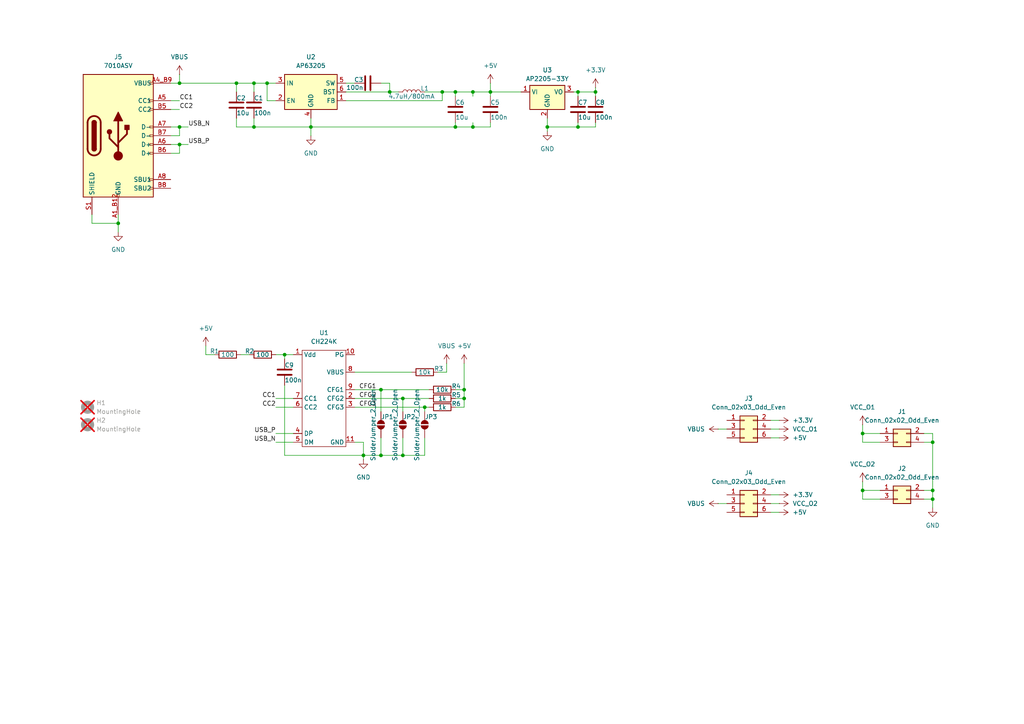
<source format=kicad_sch>
(kicad_sch
	(version 20231120)
	(generator "eeschema")
	(generator_version "8.0")
	(uuid "428bd1b0-cce9-4cd6-a385-fe33eda3b9ce")
	(paper "A4")
	(lib_symbols
		(symbol "0Capacitors:0603_100n_50v"
			(pin_numbers hide)
			(pin_names
				(offset 0) hide)
			(exclude_from_sim no)
			(in_bom yes)
			(on_board yes)
			(property "Reference" "C"
				(at 0.762 2.032 0)
				(effects
					(font
						(size 1.27 1.27)
					)
				)
			)
			(property "Value" "100n"
				(at 2.54 -2.032 0)
				(effects
					(font
						(size 1.27 1.27)
					)
				)
			)
			(property "Footprint" "0Capacitors:C_0603_1608Metric"
				(at -0.254 -9.144 0)
				(effects
					(font
						(size 1.27 1.27)
					)
					(hide yes)
				)
			)
			(property "Datasheet" ""
				(at 0 0 0)
				(effects
					(font
						(size 1.27 1.27)
					)
					(hide yes)
				)
			)
			(property "Description" "50V 100nF X7R ±10% 0603 Multilayer Ceramic Capacitors MLCC - SMD/SMT ROHS"
				(at 0.508 -7.366 0)
				(effects
					(font
						(size 1.27 1.27)
					)
					(hide yes)
				)
			)
			(property "LCSC Part #" "C14663"
				(at 0 -10.922 0)
				(effects
					(font
						(size 1.27 1.27)
					)
					(hide yes)
				)
			)
			(symbol "0603_100n_50v_0_1"
				(polyline
					(pts
						(xy -2.032 -0.762) (xy 2.032 -0.762)
					)
					(stroke
						(width 0.508)
						(type default)
					)
					(fill
						(type none)
					)
				)
				(polyline
					(pts
						(xy -2.032 0.762) (xy 2.032 0.762)
					)
					(stroke
						(width 0.508)
						(type default)
					)
					(fill
						(type none)
					)
				)
			)
			(symbol "0603_100n_50v_1_1"
				(pin passive line
					(at 0 3.81 270)
					(length 2.794)
					(name "~"
						(effects
							(font
								(size 1.27 1.27)
							)
						)
					)
					(number "1"
						(effects
							(font
								(size 1.27 1.27)
							)
						)
					)
				)
				(pin passive line
					(at 0 -3.81 90)
					(length 2.794)
					(name "~"
						(effects
							(font
								(size 1.27 1.27)
							)
						)
					)
					(number "2"
						(effects
							(font
								(size 1.27 1.27)
							)
						)
					)
				)
			)
		)
		(symbol "0Capacitors:0805_10u_50v"
			(pin_numbers hide)
			(pin_names
				(offset 0) hide)
			(exclude_from_sim no)
			(in_bom yes)
			(on_board yes)
			(property "Reference" "C"
				(at 0.762 2.032 0)
				(effects
					(font
						(size 1.27 1.27)
					)
				)
			)
			(property "Value" "10u"
				(at 2.54 -2.032 0)
				(effects
					(font
						(size 1.27 1.27)
					)
				)
			)
			(property "Footprint" "0Capacitors:C_0805_2012Metric_Pad1.18x1.45mm_HandSolder"
				(at -0.254 -9.144 0)
				(effects
					(font
						(size 1.27 1.27)
					)
					(hide yes)
				)
			)
			(property "Datasheet" ""
				(at 0 0 0)
				(effects
					(font
						(size 1.27 1.27)
					)
					(hide yes)
				)
			)
			(property "Description" "50V 10uF X5R ±10% 0805 Multilayer Ceramic Capacitors MLCC - SMD/SMT ROHS"
				(at 0.508 -7.366 0)
				(effects
					(font
						(size 1.27 1.27)
					)
					(hide yes)
				)
			)
			(property "LCSC Part #" "C440198"
				(at 0 -10.922 0)
				(effects
					(font
						(size 1.27 1.27)
					)
					(hide yes)
				)
			)
			(symbol "0805_10u_50v_0_1"
				(polyline
					(pts
						(xy -2.032 -0.762) (xy 2.032 -0.762)
					)
					(stroke
						(width 0.508)
						(type default)
					)
					(fill
						(type none)
					)
				)
				(polyline
					(pts
						(xy -2.032 0.762) (xy 2.032 0.762)
					)
					(stroke
						(width 0.508)
						(type default)
					)
					(fill
						(type none)
					)
				)
			)
			(symbol "0805_10u_50v_1_1"
				(pin passive line
					(at 0 3.81 270)
					(length 2.794)
					(name "~"
						(effects
							(font
								(size 1.27 1.27)
							)
						)
					)
					(number "1"
						(effects
							(font
								(size 1.27 1.27)
							)
						)
					)
				)
				(pin passive line
					(at 0 -3.81 90)
					(length 2.794)
					(name "~"
						(effects
							(font
								(size 1.27 1.27)
							)
						)
					)
					(number "2"
						(effects
							(font
								(size 1.27 1.27)
							)
						)
					)
				)
			)
		)
		(symbol "0Connectors:7010ASV"
			(exclude_from_sim no)
			(in_bom yes)
			(on_board yes)
			(property "Reference" "J"
				(at -9.652 18.796 0)
				(effects
					(font
						(size 1.27 1.27)
					)
				)
			)
			(property "Value" "7010ASV"
				(at 6.096 -19.05 0)
				(effects
					(font
						(size 1.27 1.27)
					)
				)
			)
			(property "Footprint" "0Connectors:GT-USB-7010ASV"
				(at -0.508 -37.592 0)
				(effects
					(font
						(size 1.27 1.27)
					)
					(hide yes)
				)
			)
			(property "Datasheet" "https://jlcpcb.com/api/file/downloadByFileSystemAccessId/8589042191104270336"
				(at -0.254 -35.306 0)
				(effects
					(font
						(size 1.27 1.27)
					)
					(hide yes)
				)
			)
			(property "Description" "USB 2.0 3A 1 260℃ Horizontal attachment 16P Female -40℃~+85℃ Gold High conductivity copper Type-C SMD  USB Connectors ROHS"
				(at -0.508 -32.512 0)
				(effects
					(font
						(size 1.27 1.27)
					)
					(hide yes)
				)
			)
			(property "LCSC Part #" "C2988369"
				(at -0.508 -39.878 0)
				(effects
					(font
						(size 1.27 1.27)
					)
					(hide yes)
				)
			)
			(symbol "7010ASV_0_0"
				(rectangle
					(start -0.254 -17.78)
					(end 0.254 -16.764)
					(stroke
						(width 0)
						(type default)
					)
					(fill
						(type none)
					)
				)
				(rectangle
					(start 10.16 -14.986)
					(end 9.144 -15.494)
					(stroke
						(width 0)
						(type default)
					)
					(fill
						(type none)
					)
				)
				(rectangle
					(start 10.16 -12.446)
					(end 9.144 -12.954)
					(stroke
						(width 0)
						(type default)
					)
					(fill
						(type none)
					)
				)
				(rectangle
					(start 10.16 -4.826)
					(end 9.144 -5.334)
					(stroke
						(width 0)
						(type default)
					)
					(fill
						(type none)
					)
				)
				(rectangle
					(start 10.16 -2.286)
					(end 9.144 -2.794)
					(stroke
						(width 0)
						(type default)
					)
					(fill
						(type none)
					)
				)
				(rectangle
					(start 10.16 0.254)
					(end 9.144 -0.254)
					(stroke
						(width 0)
						(type default)
					)
					(fill
						(type none)
					)
				)
				(rectangle
					(start 10.16 2.794)
					(end 9.144 2.286)
					(stroke
						(width 0)
						(type default)
					)
					(fill
						(type none)
					)
				)
				(rectangle
					(start 10.16 7.874)
					(end 9.144 7.366)
					(stroke
						(width 0)
						(type default)
					)
					(fill
						(type none)
					)
				)
				(rectangle
					(start 10.16 10.414)
					(end 9.144 9.906)
					(stroke
						(width 0)
						(type default)
					)
					(fill
						(type none)
					)
				)
				(rectangle
					(start 10.16 15.494)
					(end 9.144 14.986)
					(stroke
						(width 0)
						(type default)
					)
					(fill
						(type none)
					)
				)
			)
			(symbol "7010ASV_0_1"
				(rectangle
					(start -10.16 17.78)
					(end 10.16 -17.78)
					(stroke
						(width 0.254)
						(type default)
					)
					(fill
						(type background)
					)
				)
				(arc
					(start -8.89 -3.81)
					(mid -6.985 -5.7067)
					(end -5.08 -3.81)
					(stroke
						(width 0.508)
						(type default)
					)
					(fill
						(type none)
					)
				)
				(arc
					(start -7.62 -3.81)
					(mid -6.985 -4.4423)
					(end -6.35 -3.81)
					(stroke
						(width 0.254)
						(type default)
					)
					(fill
						(type none)
					)
				)
				(arc
					(start -7.62 -3.81)
					(mid -6.985 -4.4423)
					(end -6.35 -3.81)
					(stroke
						(width 0.254)
						(type default)
					)
					(fill
						(type outline)
					)
				)
				(rectangle
					(start -7.62 -3.81)
					(end -6.35 3.81)
					(stroke
						(width 0.254)
						(type default)
					)
					(fill
						(type outline)
					)
				)
				(arc
					(start -6.35 3.81)
					(mid -6.985 4.4423)
					(end -7.62 3.81)
					(stroke
						(width 0.254)
						(type default)
					)
					(fill
						(type none)
					)
				)
				(arc
					(start -6.35 3.81)
					(mid -6.985 4.4423)
					(end -7.62 3.81)
					(stroke
						(width 0.254)
						(type default)
					)
					(fill
						(type outline)
					)
				)
				(arc
					(start -5.08 3.81)
					(mid -6.985 5.7067)
					(end -8.89 3.81)
					(stroke
						(width 0.508)
						(type default)
					)
					(fill
						(type none)
					)
				)
				(circle
					(center -2.54 1.143)
					(radius 0.635)
					(stroke
						(width 0.254)
						(type default)
					)
					(fill
						(type outline)
					)
				)
				(circle
					(center 0 -5.842)
					(radius 1.27)
					(stroke
						(width 0)
						(type default)
					)
					(fill
						(type outline)
					)
				)
				(polyline
					(pts
						(xy -8.89 -3.81) (xy -8.89 3.81)
					)
					(stroke
						(width 0.508)
						(type default)
					)
					(fill
						(type none)
					)
				)
				(polyline
					(pts
						(xy -5.08 3.81) (xy -5.08 -3.81)
					)
					(stroke
						(width 0.508)
						(type default)
					)
					(fill
						(type none)
					)
				)
				(polyline
					(pts
						(xy 0 -5.842) (xy 0 4.318)
					)
					(stroke
						(width 0.508)
						(type default)
					)
					(fill
						(type none)
					)
				)
				(polyline
					(pts
						(xy 0 -3.302) (xy -2.54 -0.762) (xy -2.54 0.508)
					)
					(stroke
						(width 0.508)
						(type default)
					)
					(fill
						(type none)
					)
				)
				(polyline
					(pts
						(xy 0 -2.032) (xy 2.54 0.508) (xy 2.54 1.778)
					)
					(stroke
						(width 0.508)
						(type default)
					)
					(fill
						(type none)
					)
				)
				(polyline
					(pts
						(xy -1.27 4.318) (xy 0 6.858) (xy 1.27 4.318) (xy -1.27 4.318)
					)
					(stroke
						(width 0.254)
						(type default)
					)
					(fill
						(type outline)
					)
				)
				(rectangle
					(start 1.905 1.778)
					(end 3.175 3.048)
					(stroke
						(width 0.254)
						(type default)
					)
					(fill
						(type outline)
					)
				)
			)
			(symbol "7010ASV_1_1"
				(pin passive line
					(at 0 -22.86 90)
					(length 5.08)
					(name "GND"
						(effects
							(font
								(size 1.27 1.27)
							)
						)
					)
					(number "A1_B12"
						(effects
							(font
								(size 1.27 1.27)
							)
						)
					)
				)
				(pin passive line
					(at 15.24 15.24 180)
					(length 5.08)
					(name "VBUS"
						(effects
							(font
								(size 1.27 1.27)
							)
						)
					)
					(number "A4_B9"
						(effects
							(font
								(size 1.27 1.27)
							)
						)
					)
				)
				(pin bidirectional line
					(at 15.24 10.16 180)
					(length 5.08)
					(name "CC1"
						(effects
							(font
								(size 1.27 1.27)
							)
						)
					)
					(number "A5"
						(effects
							(font
								(size 1.27 1.27)
							)
						)
					)
				)
				(pin bidirectional line
					(at 15.24 -2.54 180)
					(length 5.08)
					(name "D+"
						(effects
							(font
								(size 1.27 1.27)
							)
						)
					)
					(number "A6"
						(effects
							(font
								(size 1.27 1.27)
							)
						)
					)
				)
				(pin bidirectional line
					(at 15.24 2.54 180)
					(length 5.08)
					(name "D-"
						(effects
							(font
								(size 1.27 1.27)
							)
						)
					)
					(number "A7"
						(effects
							(font
								(size 1.27 1.27)
							)
						)
					)
				)
				(pin bidirectional line
					(at 15.24 -12.7 180)
					(length 5.08)
					(name "SBU1"
						(effects
							(font
								(size 1.27 1.27)
							)
						)
					)
					(number "A8"
						(effects
							(font
								(size 1.27 1.27)
							)
						)
					)
				)
				(pin passive line
					(at 0 -22.86 90)
					(length 5.08) hide
					(name "GND"
						(effects
							(font
								(size 1.27 1.27)
							)
						)
					)
					(number "B12"
						(effects
							(font
								(size 1.27 1.27)
							)
						)
					)
				)
				(pin passive line
					(at 0 -22.86 90)
					(length 5.08) hide
					(name "GND"
						(effects
							(font
								(size 1.27 1.27)
							)
						)
					)
					(number "B1_A12"
						(effects
							(font
								(size 1.27 1.27)
							)
						)
					)
				)
				(pin passive line
					(at 15.24 15.24 180)
					(length 5.08) hide
					(name "VBUS"
						(effects
							(font
								(size 1.27 1.27)
							)
						)
					)
					(number "B4_A9"
						(effects
							(font
								(size 1.27 1.27)
							)
						)
					)
				)
				(pin bidirectional line
					(at 15.24 7.62 180)
					(length 5.08)
					(name "CC2"
						(effects
							(font
								(size 1.27 1.27)
							)
						)
					)
					(number "B5"
						(effects
							(font
								(size 1.27 1.27)
							)
						)
					)
				)
				(pin bidirectional line
					(at 15.24 -5.08 180)
					(length 5.08)
					(name "D+"
						(effects
							(font
								(size 1.27 1.27)
							)
						)
					)
					(number "B6"
						(effects
							(font
								(size 1.27 1.27)
							)
						)
					)
				)
				(pin bidirectional line
					(at 15.24 0 180)
					(length 5.08)
					(name "D-"
						(effects
							(font
								(size 1.27 1.27)
							)
						)
					)
					(number "B7"
						(effects
							(font
								(size 1.27 1.27)
							)
						)
					)
				)
				(pin bidirectional line
					(at 15.24 -15.24 180)
					(length 5.08)
					(name "SBU2"
						(effects
							(font
								(size 1.27 1.27)
							)
						)
					)
					(number "B8"
						(effects
							(font
								(size 1.27 1.27)
							)
						)
					)
				)
				(pin passive line
					(at 15.24 15.24 180)
					(length 5.08) hide
					(name "VBUS"
						(effects
							(font
								(size 1.27 1.27)
							)
						)
					)
					(number "B9"
						(effects
							(font
								(size 1.27 1.27)
							)
						)
					)
				)
				(pin passive line
					(at -7.62 -22.86 90)
					(length 5.08)
					(name "SHIELD"
						(effects
							(font
								(size 1.27 1.27)
							)
						)
					)
					(number "S1"
						(effects
							(font
								(size 1.27 1.27)
							)
						)
					)
				)
			)
		)
		(symbol "0DCDC:AP2205-33Y"
			(exclude_from_sim no)
			(in_bom yes)
			(on_board yes)
			(property "Reference" "U"
				(at -4.318 3.048 0)
				(effects
					(font
						(size 1.27 1.27)
					)
				)
			)
			(property "Value" "AP2205-33Y"
				(at 6.35 -6.35 0)
				(effects
					(font
						(size 1.27 1.27)
					)
				)
			)
			(property "Footprint" "0IC_Interfaces:SOT-89-3"
				(at 0 -22.86 0)
				(effects
					(font
						(size 1.27 1.27)
					)
					(hide yes)
				)
			)
			(property "Datasheet" "https://www.diodes.com/assets/Datasheets/AP2205.pdf"
				(at 0.254 -19.05 0)
				(effects
					(font
						(size 1.27 1.27)
					)
					(hide yes)
				)
			)
			(property "Description" "Linear Voltage Regulator IC Positive Fixed 1 Output 250mA SOT-89-3"
				(at 0.254 -21.082 0)
				(effects
					(font
						(size 1.27 1.27)
					)
					(hide yes)
				)
			)
			(symbol "AP2205-33Y_0_1"
				(rectangle
					(start -5.08 1.905)
					(end 5.08 -5.08)
					(stroke
						(width 0.254)
						(type default)
					)
					(fill
						(type background)
					)
				)
			)
			(symbol "AP2205-33Y_1_1"
				(pin power_in line
					(at -7.62 0 0)
					(length 2.54)
					(name "VI"
						(effects
							(font
								(size 1.27 1.27)
							)
						)
					)
					(number "1"
						(effects
							(font
								(size 1.27 1.27)
							)
						)
					)
				)
				(pin power_in line
					(at 0 -7.62 90)
					(length 2.54)
					(name "GND"
						(effects
							(font
								(size 1.27 1.27)
							)
						)
					)
					(number "2"
						(effects
							(font
								(size 1.27 1.27)
							)
						)
					)
				)
				(pin power_out line
					(at 7.62 0 180)
					(length 2.54)
					(name "VO"
						(effects
							(font
								(size 1.27 1.27)
							)
						)
					)
					(number "3"
						(effects
							(font
								(size 1.27 1.27)
							)
						)
					)
				)
			)
		)
		(symbol "0DCDC:AP63205"
			(exclude_from_sim no)
			(in_bom yes)
			(on_board yes)
			(property "Reference" "U"
				(at -7.112 6.096 0)
				(effects
					(font
						(size 1.27 1.27)
					)
				)
			)
			(property "Value" "AP63205"
				(at 4.826 -6.35 0)
				(effects
					(font
						(size 1.27 1.27)
					)
				)
			)
			(property "Footprint" "0IC_Interfaces:SOT-23-6"
				(at -0.508 -22.098 0)
				(effects
					(font
						(size 1.27 1.27)
					)
					(hide yes)
				)
			)
			(property "Datasheet" "https://www.diodes.com/assets/Datasheets/AP63200Q_AP63201Q_AP63203Q_AP63205Q.pdf"
				(at -0.508 -20.32 0)
				(effects
					(font
						(size 1.27 1.27)
					)
					(hide yes)
				)
			)
			(property "Description" "Buck Switching Regulator IC Positive Fixed 5V 1 Output 2A SOT-23-6 Thin, TSOT-23-6"
				(at -0.508 -18.288 0)
				(effects
					(font
						(size 1.27 1.27)
					)
					(hide yes)
				)
			)
			(property "LCSC Part #" "C2071056"
				(at -0.254 -24.13 0)
				(effects
					(font
						(size 1.27 1.27)
					)
					(hide yes)
				)
			)
			(symbol "AP63205_0_1"
				(rectangle
					(start -7.62 5.08)
					(end 7.62 -5.08)
					(stroke
						(width 0.254)
						(type default)
					)
					(fill
						(type background)
					)
				)
			)
			(symbol "AP63205_1_1"
				(pin input line
					(at 10.16 -2.54 180)
					(length 2.54)
					(name "FB"
						(effects
							(font
								(size 1.27 1.27)
							)
						)
					)
					(number "1"
						(effects
							(font
								(size 1.27 1.27)
							)
						)
					)
				)
				(pin input line
					(at -10.16 -2.54 0)
					(length 2.54)
					(name "EN"
						(effects
							(font
								(size 1.27 1.27)
							)
						)
					)
					(number "2"
						(effects
							(font
								(size 1.27 1.27)
							)
						)
					)
				)
				(pin power_in line
					(at -10.16 2.54 0)
					(length 2.54)
					(name "IN"
						(effects
							(font
								(size 1.27 1.27)
							)
						)
					)
					(number "3"
						(effects
							(font
								(size 1.27 1.27)
							)
						)
					)
				)
				(pin power_in line
					(at 0 -7.62 90)
					(length 2.54)
					(name "GND"
						(effects
							(font
								(size 1.27 1.27)
							)
						)
					)
					(number "4"
						(effects
							(font
								(size 1.27 1.27)
							)
						)
					)
				)
				(pin output line
					(at 10.16 2.54 180)
					(length 2.54)
					(name "SW"
						(effects
							(font
								(size 1.27 1.27)
							)
						)
					)
					(number "5"
						(effects
							(font
								(size 1.27 1.27)
							)
						)
					)
				)
				(pin passive line
					(at 10.16 0 180)
					(length 2.54)
					(name "BST"
						(effects
							(font
								(size 1.27 1.27)
							)
						)
					)
					(number "6"
						(effects
							(font
								(size 1.27 1.27)
							)
						)
					)
				)
			)
		)
		(symbol "0IC_Interface:CH224K"
			(exclude_from_sim no)
			(in_bom yes)
			(on_board yes)
			(property "Reference" "U"
				(at -5.842 13.716 0)
				(effects
					(font
						(size 1.27 1.27)
					)
				)
			)
			(property "Value" "CH224K"
				(at 0 0 90)
				(effects
					(font
						(size 1.27 1.27)
					)
				)
			)
			(property "Footprint" "0IC_Interfaces:CH224K"
				(at 0.254 -19.304 0)
				(effects
					(font
						(size 1.27 1.27)
					)
					(hide yes)
				)
			)
			(property "Datasheet" ""
				(at 0 -1.27 0)
				(effects
					(font
						(size 1.27 1.27)
					)
					(hide yes)
				)
			)
			(property "Description" "USP PD Sink USB charging chip ESSOP-10-150mil-1mm USB Converters ROHS"
				(at -0.254 -17.272 0)
				(effects
					(font
						(size 1.27 1.27)
					)
					(hide yes)
				)
			)
			(property "LCSC Part #" "C970725"
				(at 0.254 -21.336 0)
				(effects
					(font
						(size 1.27 1.27)
					)
					(hide yes)
				)
			)
			(symbol "CH224K_0_1"
				(rectangle
					(start -6.35 12.7)
					(end 6.35 -15.24)
					(stroke
						(width 0)
						(type default)
					)
					(fill
						(type none)
					)
				)
			)
			(symbol "CH224K_1_1"
				(pin power_in line
					(at -8.89 11.43 0)
					(length 2.54)
					(name "Vdd"
						(effects
							(font
								(size 1.27 1.27)
							)
						)
					)
					(number "1"
						(effects
							(font
								(size 1.27 1.27)
							)
						)
					)
				)
				(pin input line
					(at 8.89 11.43 180)
					(length 2.54)
					(name "PG"
						(effects
							(font
								(size 1.27 1.27)
							)
						)
					)
					(number "10"
						(effects
							(font
								(size 1.27 1.27)
							)
						)
					)
				)
				(pin passive line
					(at 8.89 -13.97 180)
					(length 2.54)
					(name "GND"
						(effects
							(font
								(size 1.27 1.27)
							)
						)
					)
					(number "11"
						(effects
							(font
								(size 1.27 1.27)
							)
						)
					)
				)
				(pin input line
					(at 8.89 -1.27 180)
					(length 2.54)
					(name "CFG2"
						(effects
							(font
								(size 1.27 1.27)
							)
						)
					)
					(number "2"
						(effects
							(font
								(size 1.27 1.27)
							)
						)
					)
				)
				(pin input line
					(at 8.89 -3.81 180)
					(length 2.54)
					(name "CFG3"
						(effects
							(font
								(size 1.27 1.27)
							)
						)
					)
					(number "3"
						(effects
							(font
								(size 1.27 1.27)
							)
						)
					)
				)
				(pin bidirectional line
					(at -8.89 -11.43 0)
					(length 2.54)
					(name "DP"
						(effects
							(font
								(size 1.27 1.27)
							)
						)
					)
					(number "4"
						(effects
							(font
								(size 1.27 1.27)
							)
						)
					)
				)
				(pin bidirectional line
					(at -8.89 -13.97 0)
					(length 2.54)
					(name "DM"
						(effects
							(font
								(size 1.27 1.27)
							)
						)
					)
					(number "5"
						(effects
							(font
								(size 1.27 1.27)
							)
						)
					)
				)
				(pin bidirectional line
					(at -8.89 -3.81 0)
					(length 2.54)
					(name "CC2"
						(effects
							(font
								(size 1.27 1.27)
							)
						)
					)
					(number "6"
						(effects
							(font
								(size 1.27 1.27)
							)
						)
					)
				)
				(pin bidirectional line
					(at -8.89 -1.27 0)
					(length 2.54)
					(name "CC1"
						(effects
							(font
								(size 1.27 1.27)
							)
						)
					)
					(number "7"
						(effects
							(font
								(size 1.27 1.27)
							)
						)
					)
				)
				(pin input line
					(at 8.89 6.35 180)
					(length 2.54)
					(name "VBUS"
						(effects
							(font
								(size 1.27 1.27)
							)
						)
					)
					(number "8"
						(effects
							(font
								(size 1.27 1.27)
							)
						)
					)
				)
				(pin input line
					(at 8.89 1.27 180)
					(length 2.54)
					(name "CFG1"
						(effects
							(font
								(size 1.27 1.27)
							)
						)
					)
					(number "9"
						(effects
							(font
								(size 1.27 1.27)
							)
						)
					)
				)
			)
		)
		(symbol "0Passives:0805_4.7uH_800mA"
			(pin_numbers hide)
			(pin_names
				(offset 0) hide)
			(exclude_from_sim no)
			(in_bom yes)
			(on_board yes)
			(property "Reference" "L"
				(at 1.27 3.302 90)
				(effects
					(font
						(size 1.27 1.27)
					)
				)
			)
			(property "Value" "4.7uH/800mA"
				(at -1.016 -0.254 90)
				(effects
					(font
						(size 1.27 1.27)
					)
				)
			)
			(property "Footprint" "0Passives:L_0805_2012Metric"
				(at 7.874 0.254 90)
				(effects
					(font
						(size 1.27 1.27)
					)
					(hide yes)
				)
			)
			(property "Datasheet" "https://www.lcsc.com/datasheet/lcsc_datasheet_2410121317_Sunltech-Tech-SLM20121R0MIT_C216155.pdf"
				(at 4.064 0 90)
				(effects
					(font
						(size 1.27 1.27)
					)
					(hide yes)
				)
			)
			(property "Description" "800mA 4.7uH ±20% 288mΩ 0805 Inductors (SMD) ROHS"
				(at 5.842 0.254 90)
				(effects
					(font
						(size 1.27 1.27)
					)
					(hide yes)
				)
			)
			(property "LCSC Part #" "C86090"
				(at 9.906 0 90)
				(effects
					(font
						(size 1.27 1.27)
					)
					(hide yes)
				)
			)
			(symbol "0805_4.7uH_800mA_0_1"
				(arc
					(start 0 -2.54)
					(mid 0.6323 -1.905)
					(end 0 -1.27)
					(stroke
						(width 0)
						(type default)
					)
					(fill
						(type none)
					)
				)
				(arc
					(start 0 -1.27)
					(mid 0.6323 -0.635)
					(end 0 0)
					(stroke
						(width 0)
						(type default)
					)
					(fill
						(type none)
					)
				)
				(arc
					(start 0 0)
					(mid 0.6323 0.635)
					(end 0 1.27)
					(stroke
						(width 0)
						(type default)
					)
					(fill
						(type none)
					)
				)
				(arc
					(start 0 1.27)
					(mid 0.6323 1.905)
					(end 0 2.54)
					(stroke
						(width 0)
						(type default)
					)
					(fill
						(type none)
					)
				)
			)
			(symbol "0805_4.7uH_800mA_1_1"
				(pin passive line
					(at 0 3.81 270)
					(length 1.27)
					(name "1"
						(effects
							(font
								(size 1.27 1.27)
							)
						)
					)
					(number "1"
						(effects
							(font
								(size 1.27 1.27)
							)
						)
					)
				)
				(pin passive line
					(at 0 -3.81 90)
					(length 1.27)
					(name "2"
						(effects
							(font
								(size 1.27 1.27)
							)
						)
					)
					(number "2"
						(effects
							(font
								(size 1.27 1.27)
							)
						)
					)
				)
			)
		)
		(symbol "0Resistors:0603_100"
			(pin_numbers hide)
			(pin_names
				(offset 0) hide)
			(exclude_from_sim no)
			(in_bom yes)
			(on_board yes)
			(property "Reference" "R"
				(at -1.016 -4.064 90)
				(effects
					(font
						(size 1.27 1.27)
					)
				)
			)
			(property "Value" "100"
				(at 0 0 90)
				(effects
					(font
						(size 1.27 1.27)
					)
				)
			)
			(property "Footprint" "0Resistors:R_0603_1608Metric_100"
				(at 9.398 0.254 90)
				(effects
					(font
						(size 1.27 1.27)
					)
					(hide yes)
				)
			)
			(property "Datasheet" ""
				(at 0 0 0)
				(effects
					(font
						(size 1.27 1.27)
					)
					(hide yes)
				)
			)
			(property "Description" "100mW Thick Film Resistors 75V ±1% ±200ppm/℃ 100Ω 0603 Chip Resistor - Surface Mount ROHS"
				(at 4.572 -0.508 90)
				(effects
					(font
						(size 1.27 1.27)
					)
					(hide yes)
				)
			)
			(property "LCSC Part #" "C22775"
				(at 7.112 0.254 90)
				(effects
					(font
						(size 1.27 1.27)
					)
					(hide yes)
				)
			)
			(symbol "0603_100_0_1"
				(rectangle
					(start -1.016 -2.54)
					(end 1.016 2.54)
					(stroke
						(width 0.254)
						(type default)
					)
					(fill
						(type none)
					)
				)
			)
			(symbol "0603_100_1_1"
				(pin passive line
					(at 0 3.81 270)
					(length 1.27)
					(name "~"
						(effects
							(font
								(size 1.27 1.27)
							)
						)
					)
					(number "1"
						(effects
							(font
								(size 1.27 1.27)
							)
						)
					)
				)
				(pin passive line
					(at 0 -3.81 90)
					(length 1.27)
					(name "~"
						(effects
							(font
								(size 1.27 1.27)
							)
						)
					)
					(number "2"
						(effects
							(font
								(size 1.27 1.27)
							)
						)
					)
				)
			)
		)
		(symbol "0Resistors:0603_10k"
			(pin_numbers hide)
			(pin_names
				(offset 0) hide)
			(exclude_from_sim no)
			(in_bom yes)
			(on_board yes)
			(property "Reference" "R"
				(at -1.016 -4.064 90)
				(effects
					(font
						(size 1.27 1.27)
					)
				)
			)
			(property "Value" "10k"
				(at 0 0 90)
				(effects
					(font
						(size 1.27 1.27)
					)
				)
			)
			(property "Footprint" "0Resistors:R_0603_1608Metric_10k"
				(at 9.144 -0.254 90)
				(effects
					(font
						(size 1.27 1.27)
					)
					(hide yes)
				)
			)
			(property "Datasheet" ""
				(at 0 0 0)
				(effects
					(font
						(size 1.27 1.27)
					)
					(hide yes)
				)
			)
			(property "Description" "100mW Thick Film Resistors 75V ±100ppm/℃ ±1% 10kΩ 0603 Chip Resistor - Surface Mount ROHS"
				(at 4.572 -0.508 90)
				(effects
					(font
						(size 1.27 1.27)
					)
					(hide yes)
				)
			)
			(property "LCSC Part #" "C25804"
				(at 7.112 0.254 90)
				(effects
					(font
						(size 1.27 1.27)
					)
					(hide yes)
				)
			)
			(symbol "0603_10k_0_1"
				(rectangle
					(start -1.016 -2.54)
					(end 1.016 2.54)
					(stroke
						(width 0.254)
						(type default)
					)
					(fill
						(type none)
					)
				)
			)
			(symbol "0603_10k_1_1"
				(pin passive line
					(at 0 3.81 270)
					(length 1.27)
					(name "~"
						(effects
							(font
								(size 1.27 1.27)
							)
						)
					)
					(number "1"
						(effects
							(font
								(size 1.27 1.27)
							)
						)
					)
				)
				(pin passive line
					(at 0 -3.81 90)
					(length 1.27)
					(name "~"
						(effects
							(font
								(size 1.27 1.27)
							)
						)
					)
					(number "2"
						(effects
							(font
								(size 1.27 1.27)
							)
						)
					)
				)
			)
		)
		(symbol "0Resistors:0603_1k"
			(pin_numbers hide)
			(pin_names
				(offset 0) hide)
			(exclude_from_sim no)
			(in_bom yes)
			(on_board yes)
			(property "Reference" "R"
				(at -1.016 -4.064 90)
				(effects
					(font
						(size 1.27 1.27)
					)
				)
			)
			(property "Value" "1k"
				(at 0 0 90)
				(effects
					(font
						(size 1.27 1.27)
					)
				)
			)
			(property "Footprint" "0Resistors:R_0603_1608Metric_1k"
				(at 9.144 -0.254 90)
				(effects
					(font
						(size 1.27 1.27)
					)
					(hide yes)
				)
			)
			(property "Datasheet" ""
				(at 0 0 0)
				(effects
					(font
						(size 1.27 1.27)
					)
					(hide yes)
				)
			)
			(property "Description" "100mW Thick Film Resistors 75V ±100ppm/℃ ±1% 1kΩ 0603 Chip Resistor - Surface Mount ROHS"
				(at 4.572 -0.508 90)
				(effects
					(font
						(size 1.27 1.27)
					)
					(hide yes)
				)
			)
			(property "LCSC Part #" "C21190"
				(at 7.112 0.254 90)
				(effects
					(font
						(size 1.27 1.27)
					)
					(hide yes)
				)
			)
			(symbol "0603_1k_0_1"
				(rectangle
					(start -1.016 -2.54)
					(end 1.016 2.54)
					(stroke
						(width 0.254)
						(type default)
					)
					(fill
						(type none)
					)
				)
			)
			(symbol "0603_1k_1_1"
				(pin passive line
					(at 0 3.81 270)
					(length 1.27)
					(name "~"
						(effects
							(font
								(size 1.27 1.27)
							)
						)
					)
					(number "1"
						(effects
							(font
								(size 1.27 1.27)
							)
						)
					)
				)
				(pin passive line
					(at 0 -3.81 90)
					(length 1.27)
					(name "~"
						(effects
							(font
								(size 1.27 1.27)
							)
						)
					)
					(number "2"
						(effects
							(font
								(size 1.27 1.27)
							)
						)
					)
				)
			)
		)
		(symbol "Connector_Generic:Conn_02x02_Odd_Even"
			(pin_names
				(offset 1.016) hide)
			(exclude_from_sim no)
			(in_bom yes)
			(on_board yes)
			(property "Reference" "J"
				(at 1.27 2.54 0)
				(effects
					(font
						(size 1.27 1.27)
					)
				)
			)
			(property "Value" "Conn_02x02_Odd_Even"
				(at 1.27 -5.08 0)
				(effects
					(font
						(size 1.27 1.27)
					)
				)
			)
			(property "Footprint" ""
				(at 0 0 0)
				(effects
					(font
						(size 1.27 1.27)
					)
					(hide yes)
				)
			)
			(property "Datasheet" "~"
				(at 0 0 0)
				(effects
					(font
						(size 1.27 1.27)
					)
					(hide yes)
				)
			)
			(property "Description" "Generic connector, double row, 02x02, odd/even pin numbering scheme (row 1 odd numbers, row 2 even numbers), script generated (kicad-library-utils/schlib/autogen/connector/)"
				(at 0 0 0)
				(effects
					(font
						(size 1.27 1.27)
					)
					(hide yes)
				)
			)
			(property "ki_keywords" "connector"
				(at 0 0 0)
				(effects
					(font
						(size 1.27 1.27)
					)
					(hide yes)
				)
			)
			(property "ki_fp_filters" "Connector*:*_2x??_*"
				(at 0 0 0)
				(effects
					(font
						(size 1.27 1.27)
					)
					(hide yes)
				)
			)
			(symbol "Conn_02x02_Odd_Even_1_1"
				(rectangle
					(start -1.27 -2.413)
					(end 0 -2.667)
					(stroke
						(width 0.1524)
						(type default)
					)
					(fill
						(type none)
					)
				)
				(rectangle
					(start -1.27 0.127)
					(end 0 -0.127)
					(stroke
						(width 0.1524)
						(type default)
					)
					(fill
						(type none)
					)
				)
				(rectangle
					(start -1.27 1.27)
					(end 3.81 -3.81)
					(stroke
						(width 0.254)
						(type default)
					)
					(fill
						(type background)
					)
				)
				(rectangle
					(start 3.81 -2.413)
					(end 2.54 -2.667)
					(stroke
						(width 0.1524)
						(type default)
					)
					(fill
						(type none)
					)
				)
				(rectangle
					(start 3.81 0.127)
					(end 2.54 -0.127)
					(stroke
						(width 0.1524)
						(type default)
					)
					(fill
						(type none)
					)
				)
				(pin passive line
					(at -5.08 0 0)
					(length 3.81)
					(name "Pin_1"
						(effects
							(font
								(size 1.27 1.27)
							)
						)
					)
					(number "1"
						(effects
							(font
								(size 1.27 1.27)
							)
						)
					)
				)
				(pin passive line
					(at 7.62 0 180)
					(length 3.81)
					(name "Pin_2"
						(effects
							(font
								(size 1.27 1.27)
							)
						)
					)
					(number "2"
						(effects
							(font
								(size 1.27 1.27)
							)
						)
					)
				)
				(pin passive line
					(at -5.08 -2.54 0)
					(length 3.81)
					(name "Pin_3"
						(effects
							(font
								(size 1.27 1.27)
							)
						)
					)
					(number "3"
						(effects
							(font
								(size 1.27 1.27)
							)
						)
					)
				)
				(pin passive line
					(at 7.62 -2.54 180)
					(length 3.81)
					(name "Pin_4"
						(effects
							(font
								(size 1.27 1.27)
							)
						)
					)
					(number "4"
						(effects
							(font
								(size 1.27 1.27)
							)
						)
					)
				)
			)
		)
		(symbol "Connector_Generic:Conn_02x03_Odd_Even"
			(pin_names
				(offset 1.016) hide)
			(exclude_from_sim no)
			(in_bom yes)
			(on_board yes)
			(property "Reference" "J"
				(at 1.27 5.08 0)
				(effects
					(font
						(size 1.27 1.27)
					)
				)
			)
			(property "Value" "Conn_02x03_Odd_Even"
				(at 1.27 -5.08 0)
				(effects
					(font
						(size 1.27 1.27)
					)
				)
			)
			(property "Footprint" ""
				(at 0 0 0)
				(effects
					(font
						(size 1.27 1.27)
					)
					(hide yes)
				)
			)
			(property "Datasheet" "~"
				(at 0 0 0)
				(effects
					(font
						(size 1.27 1.27)
					)
					(hide yes)
				)
			)
			(property "Description" "Generic connector, double row, 02x03, odd/even pin numbering scheme (row 1 odd numbers, row 2 even numbers), script generated (kicad-library-utils/schlib/autogen/connector/)"
				(at 0 0 0)
				(effects
					(font
						(size 1.27 1.27)
					)
					(hide yes)
				)
			)
			(property "ki_keywords" "connector"
				(at 0 0 0)
				(effects
					(font
						(size 1.27 1.27)
					)
					(hide yes)
				)
			)
			(property "ki_fp_filters" "Connector*:*_2x??_*"
				(at 0 0 0)
				(effects
					(font
						(size 1.27 1.27)
					)
					(hide yes)
				)
			)
			(symbol "Conn_02x03_Odd_Even_1_1"
				(rectangle
					(start -1.27 -2.413)
					(end 0 -2.667)
					(stroke
						(width 0.1524)
						(type default)
					)
					(fill
						(type none)
					)
				)
				(rectangle
					(start -1.27 0.127)
					(end 0 -0.127)
					(stroke
						(width 0.1524)
						(type default)
					)
					(fill
						(type none)
					)
				)
				(rectangle
					(start -1.27 2.667)
					(end 0 2.413)
					(stroke
						(width 0.1524)
						(type default)
					)
					(fill
						(type none)
					)
				)
				(rectangle
					(start -1.27 3.81)
					(end 3.81 -3.81)
					(stroke
						(width 0.254)
						(type default)
					)
					(fill
						(type background)
					)
				)
				(rectangle
					(start 3.81 -2.413)
					(end 2.54 -2.667)
					(stroke
						(width 0.1524)
						(type default)
					)
					(fill
						(type none)
					)
				)
				(rectangle
					(start 3.81 0.127)
					(end 2.54 -0.127)
					(stroke
						(width 0.1524)
						(type default)
					)
					(fill
						(type none)
					)
				)
				(rectangle
					(start 3.81 2.667)
					(end 2.54 2.413)
					(stroke
						(width 0.1524)
						(type default)
					)
					(fill
						(type none)
					)
				)
				(pin passive line
					(at -5.08 2.54 0)
					(length 3.81)
					(name "Pin_1"
						(effects
							(font
								(size 1.27 1.27)
							)
						)
					)
					(number "1"
						(effects
							(font
								(size 1.27 1.27)
							)
						)
					)
				)
				(pin passive line
					(at 7.62 2.54 180)
					(length 3.81)
					(name "Pin_2"
						(effects
							(font
								(size 1.27 1.27)
							)
						)
					)
					(number "2"
						(effects
							(font
								(size 1.27 1.27)
							)
						)
					)
				)
				(pin passive line
					(at -5.08 0 0)
					(length 3.81)
					(name "Pin_3"
						(effects
							(font
								(size 1.27 1.27)
							)
						)
					)
					(number "3"
						(effects
							(font
								(size 1.27 1.27)
							)
						)
					)
				)
				(pin passive line
					(at 7.62 0 180)
					(length 3.81)
					(name "Pin_4"
						(effects
							(font
								(size 1.27 1.27)
							)
						)
					)
					(number "4"
						(effects
							(font
								(size 1.27 1.27)
							)
						)
					)
				)
				(pin passive line
					(at -5.08 -2.54 0)
					(length 3.81)
					(name "Pin_5"
						(effects
							(font
								(size 1.27 1.27)
							)
						)
					)
					(number "5"
						(effects
							(font
								(size 1.27 1.27)
							)
						)
					)
				)
				(pin passive line
					(at 7.62 -2.54 180)
					(length 3.81)
					(name "Pin_6"
						(effects
							(font
								(size 1.27 1.27)
							)
						)
					)
					(number "6"
						(effects
							(font
								(size 1.27 1.27)
							)
						)
					)
				)
			)
		)
		(symbol "Jumper:SolderJumper_2_Open"
			(pin_numbers hide)
			(pin_names
				(offset 0) hide)
			(exclude_from_sim yes)
			(in_bom no)
			(on_board yes)
			(property "Reference" "JP"
				(at 0 2.032 0)
				(effects
					(font
						(size 1.27 1.27)
					)
				)
			)
			(property "Value" "SolderJumper_2_Open"
				(at 0 -2.54 0)
				(effects
					(font
						(size 1.27 1.27)
					)
				)
			)
			(property "Footprint" ""
				(at 0 0 0)
				(effects
					(font
						(size 1.27 1.27)
					)
					(hide yes)
				)
			)
			(property "Datasheet" "~"
				(at 0 0 0)
				(effects
					(font
						(size 1.27 1.27)
					)
					(hide yes)
				)
			)
			(property "Description" "Solder Jumper, 2-pole, open"
				(at 0 0 0)
				(effects
					(font
						(size 1.27 1.27)
					)
					(hide yes)
				)
			)
			(property "ki_keywords" "solder jumper SPST"
				(at 0 0 0)
				(effects
					(font
						(size 1.27 1.27)
					)
					(hide yes)
				)
			)
			(property "ki_fp_filters" "SolderJumper*Open*"
				(at 0 0 0)
				(effects
					(font
						(size 1.27 1.27)
					)
					(hide yes)
				)
			)
			(symbol "SolderJumper_2_Open_0_1"
				(arc
					(start -0.254 1.016)
					(mid -1.2656 0)
					(end -0.254 -1.016)
					(stroke
						(width 0)
						(type default)
					)
					(fill
						(type none)
					)
				)
				(arc
					(start -0.254 1.016)
					(mid -1.2656 0)
					(end -0.254 -1.016)
					(stroke
						(width 0)
						(type default)
					)
					(fill
						(type outline)
					)
				)
				(polyline
					(pts
						(xy -0.254 1.016) (xy -0.254 -1.016)
					)
					(stroke
						(width 0)
						(type default)
					)
					(fill
						(type none)
					)
				)
				(polyline
					(pts
						(xy 0.254 1.016) (xy 0.254 -1.016)
					)
					(stroke
						(width 0)
						(type default)
					)
					(fill
						(type none)
					)
				)
				(arc
					(start 0.254 -1.016)
					(mid 1.2656 0)
					(end 0.254 1.016)
					(stroke
						(width 0)
						(type default)
					)
					(fill
						(type none)
					)
				)
				(arc
					(start 0.254 -1.016)
					(mid 1.2656 0)
					(end 0.254 1.016)
					(stroke
						(width 0)
						(type default)
					)
					(fill
						(type outline)
					)
				)
			)
			(symbol "SolderJumper_2_Open_1_1"
				(pin passive line
					(at -3.81 0 0)
					(length 2.54)
					(name "A"
						(effects
							(font
								(size 1.27 1.27)
							)
						)
					)
					(number "1"
						(effects
							(font
								(size 1.27 1.27)
							)
						)
					)
				)
				(pin passive line
					(at 3.81 0 180)
					(length 2.54)
					(name "B"
						(effects
							(font
								(size 1.27 1.27)
							)
						)
					)
					(number "2"
						(effects
							(font
								(size 1.27 1.27)
							)
						)
					)
				)
			)
		)
		(symbol "Mechanical:MountingHole"
			(pin_names
				(offset 1.016)
			)
			(exclude_from_sim yes)
			(in_bom no)
			(on_board yes)
			(property "Reference" "H"
				(at 0 5.08 0)
				(effects
					(font
						(size 1.27 1.27)
					)
				)
			)
			(property "Value" "MountingHole"
				(at 0 3.175 0)
				(effects
					(font
						(size 1.27 1.27)
					)
				)
			)
			(property "Footprint" ""
				(at 0 0 0)
				(effects
					(font
						(size 1.27 1.27)
					)
					(hide yes)
				)
			)
			(property "Datasheet" "~"
				(at 0 0 0)
				(effects
					(font
						(size 1.27 1.27)
					)
					(hide yes)
				)
			)
			(property "Description" "Mounting Hole without connection"
				(at 0 0 0)
				(effects
					(font
						(size 1.27 1.27)
					)
					(hide yes)
				)
			)
			(property "ki_keywords" "mounting hole"
				(at 0 0 0)
				(effects
					(font
						(size 1.27 1.27)
					)
					(hide yes)
				)
			)
			(property "ki_fp_filters" "MountingHole*"
				(at 0 0 0)
				(effects
					(font
						(size 1.27 1.27)
					)
					(hide yes)
				)
			)
			(symbol "MountingHole_0_1"
				(circle
					(center 0 0)
					(radius 1.27)
					(stroke
						(width 1.27)
						(type default)
					)
					(fill
						(type none)
					)
				)
			)
		)
		(symbol "power:+3.3V"
			(power)
			(pin_numbers hide)
			(pin_names
				(offset 0) hide)
			(exclude_from_sim no)
			(in_bom yes)
			(on_board yes)
			(property "Reference" "#PWR"
				(at 0 -3.81 0)
				(effects
					(font
						(size 1.27 1.27)
					)
					(hide yes)
				)
			)
			(property "Value" "+3.3V"
				(at 0 3.556 0)
				(effects
					(font
						(size 1.27 1.27)
					)
				)
			)
			(property "Footprint" ""
				(at 0 0 0)
				(effects
					(font
						(size 1.27 1.27)
					)
					(hide yes)
				)
			)
			(property "Datasheet" ""
				(at 0 0 0)
				(effects
					(font
						(size 1.27 1.27)
					)
					(hide yes)
				)
			)
			(property "Description" "Power symbol creates a global label with name \"+3.3V\""
				(at 0 0 0)
				(effects
					(font
						(size 1.27 1.27)
					)
					(hide yes)
				)
			)
			(property "ki_keywords" "global power"
				(at 0 0 0)
				(effects
					(font
						(size 1.27 1.27)
					)
					(hide yes)
				)
			)
			(symbol "+3.3V_0_1"
				(polyline
					(pts
						(xy -0.762 1.27) (xy 0 2.54)
					)
					(stroke
						(width 0)
						(type default)
					)
					(fill
						(type none)
					)
				)
				(polyline
					(pts
						(xy 0 0) (xy 0 2.54)
					)
					(stroke
						(width 0)
						(type default)
					)
					(fill
						(type none)
					)
				)
				(polyline
					(pts
						(xy 0 2.54) (xy 0.762 1.27)
					)
					(stroke
						(width 0)
						(type default)
					)
					(fill
						(type none)
					)
				)
			)
			(symbol "+3.3V_1_1"
				(pin power_in line
					(at 0 0 90)
					(length 0)
					(name "~"
						(effects
							(font
								(size 1.27 1.27)
							)
						)
					)
					(number "1"
						(effects
							(font
								(size 1.27 1.27)
							)
						)
					)
				)
			)
		)
		(symbol "power:+5V"
			(power)
			(pin_numbers hide)
			(pin_names
				(offset 0) hide)
			(exclude_from_sim no)
			(in_bom yes)
			(on_board yes)
			(property "Reference" "#PWR"
				(at 0 -3.81 0)
				(effects
					(font
						(size 1.27 1.27)
					)
					(hide yes)
				)
			)
			(property "Value" "+5V"
				(at 0 3.556 0)
				(effects
					(font
						(size 1.27 1.27)
					)
				)
			)
			(property "Footprint" ""
				(at 0 0 0)
				(effects
					(font
						(size 1.27 1.27)
					)
					(hide yes)
				)
			)
			(property "Datasheet" ""
				(at 0 0 0)
				(effects
					(font
						(size 1.27 1.27)
					)
					(hide yes)
				)
			)
			(property "Description" "Power symbol creates a global label with name \"+5V\""
				(at 0 0 0)
				(effects
					(font
						(size 1.27 1.27)
					)
					(hide yes)
				)
			)
			(property "ki_keywords" "global power"
				(at 0 0 0)
				(effects
					(font
						(size 1.27 1.27)
					)
					(hide yes)
				)
			)
			(symbol "+5V_0_1"
				(polyline
					(pts
						(xy -0.762 1.27) (xy 0 2.54)
					)
					(stroke
						(width 0)
						(type default)
					)
					(fill
						(type none)
					)
				)
				(polyline
					(pts
						(xy 0 0) (xy 0 2.54)
					)
					(stroke
						(width 0)
						(type default)
					)
					(fill
						(type none)
					)
				)
				(polyline
					(pts
						(xy 0 2.54) (xy 0.762 1.27)
					)
					(stroke
						(width 0)
						(type default)
					)
					(fill
						(type none)
					)
				)
			)
			(symbol "+5V_1_1"
				(pin power_in line
					(at 0 0 90)
					(length 0)
					(name "~"
						(effects
							(font
								(size 1.27 1.27)
							)
						)
					)
					(number "1"
						(effects
							(font
								(size 1.27 1.27)
							)
						)
					)
				)
			)
		)
		(symbol "power:GND"
			(power)
			(pin_numbers hide)
			(pin_names
				(offset 0) hide)
			(exclude_from_sim no)
			(in_bom yes)
			(on_board yes)
			(property "Reference" "#PWR"
				(at 0 -6.35 0)
				(effects
					(font
						(size 1.27 1.27)
					)
					(hide yes)
				)
			)
			(property "Value" "GND"
				(at 0 -3.81 0)
				(effects
					(font
						(size 1.27 1.27)
					)
				)
			)
			(property "Footprint" ""
				(at 0 0 0)
				(effects
					(font
						(size 1.27 1.27)
					)
					(hide yes)
				)
			)
			(property "Datasheet" ""
				(at 0 0 0)
				(effects
					(font
						(size 1.27 1.27)
					)
					(hide yes)
				)
			)
			(property "Description" "Power symbol creates a global label with name \"GND\" , ground"
				(at 0 0 0)
				(effects
					(font
						(size 1.27 1.27)
					)
					(hide yes)
				)
			)
			(property "ki_keywords" "global power"
				(at 0 0 0)
				(effects
					(font
						(size 1.27 1.27)
					)
					(hide yes)
				)
			)
			(symbol "GND_0_1"
				(polyline
					(pts
						(xy 0 0) (xy 0 -1.27) (xy 1.27 -1.27) (xy 0 -2.54) (xy -1.27 -1.27) (xy 0 -1.27)
					)
					(stroke
						(width 0)
						(type default)
					)
					(fill
						(type none)
					)
				)
			)
			(symbol "GND_1_1"
				(pin power_in line
					(at 0 0 270)
					(length 0)
					(name "~"
						(effects
							(font
								(size 1.27 1.27)
							)
						)
					)
					(number "1"
						(effects
							(font
								(size 1.27 1.27)
							)
						)
					)
				)
			)
		)
		(symbol "power:VBUS"
			(power)
			(pin_numbers hide)
			(pin_names
				(offset 0) hide)
			(exclude_from_sim no)
			(in_bom yes)
			(on_board yes)
			(property "Reference" "#PWR"
				(at 0 -3.81 0)
				(effects
					(font
						(size 1.27 1.27)
					)
					(hide yes)
				)
			)
			(property "Value" "VBUS"
				(at 0 3.556 0)
				(effects
					(font
						(size 1.27 1.27)
					)
				)
			)
			(property "Footprint" ""
				(at 0 0 0)
				(effects
					(font
						(size 1.27 1.27)
					)
					(hide yes)
				)
			)
			(property "Datasheet" ""
				(at 0 0 0)
				(effects
					(font
						(size 1.27 1.27)
					)
					(hide yes)
				)
			)
			(property "Description" "Power symbol creates a global label with name \"VBUS\""
				(at 0 0 0)
				(effects
					(font
						(size 1.27 1.27)
					)
					(hide yes)
				)
			)
			(property "ki_keywords" "global power"
				(at 0 0 0)
				(effects
					(font
						(size 1.27 1.27)
					)
					(hide yes)
				)
			)
			(symbol "VBUS_0_1"
				(polyline
					(pts
						(xy -0.762 1.27) (xy 0 2.54)
					)
					(stroke
						(width 0)
						(type default)
					)
					(fill
						(type none)
					)
				)
				(polyline
					(pts
						(xy 0 0) (xy 0 2.54)
					)
					(stroke
						(width 0)
						(type default)
					)
					(fill
						(type none)
					)
				)
				(polyline
					(pts
						(xy 0 2.54) (xy 0.762 1.27)
					)
					(stroke
						(width 0)
						(type default)
					)
					(fill
						(type none)
					)
				)
			)
			(symbol "VBUS_1_1"
				(pin power_in line
					(at 0 0 90)
					(length 0)
					(name "~"
						(effects
							(font
								(size 1.27 1.27)
							)
						)
					)
					(number "1"
						(effects
							(font
								(size 1.27 1.27)
							)
						)
					)
				)
			)
		)
		(symbol "power:VCC"
			(power)
			(pin_numbers hide)
			(pin_names
				(offset 0) hide)
			(exclude_from_sim no)
			(in_bom yes)
			(on_board yes)
			(property "Reference" "#PWR"
				(at 0 -3.81 0)
				(effects
					(font
						(size 1.27 1.27)
					)
					(hide yes)
				)
			)
			(property "Value" "VCC"
				(at 0 3.556 0)
				(effects
					(font
						(size 1.27 1.27)
					)
				)
			)
			(property "Footprint" ""
				(at 0 0 0)
				(effects
					(font
						(size 1.27 1.27)
					)
					(hide yes)
				)
			)
			(property "Datasheet" ""
				(at 0 0 0)
				(effects
					(font
						(size 1.27 1.27)
					)
					(hide yes)
				)
			)
			(property "Description" "Power symbol creates a global label with name \"VCC\""
				(at 0 0 0)
				(effects
					(font
						(size 1.27 1.27)
					)
					(hide yes)
				)
			)
			(property "ki_keywords" "global power"
				(at 0 0 0)
				(effects
					(font
						(size 1.27 1.27)
					)
					(hide yes)
				)
			)
			(symbol "VCC_0_1"
				(polyline
					(pts
						(xy -0.762 1.27) (xy 0 2.54)
					)
					(stroke
						(width 0)
						(type default)
					)
					(fill
						(type none)
					)
				)
				(polyline
					(pts
						(xy 0 0) (xy 0 2.54)
					)
					(stroke
						(width 0)
						(type default)
					)
					(fill
						(type none)
					)
				)
				(polyline
					(pts
						(xy 0 2.54) (xy 0.762 1.27)
					)
					(stroke
						(width 0)
						(type default)
					)
					(fill
						(type none)
					)
				)
			)
			(symbol "VCC_1_1"
				(pin power_in line
					(at 0 0 90)
					(length 0)
					(name "~"
						(effects
							(font
								(size 1.27 1.27)
							)
						)
					)
					(number "1"
						(effects
							(font
								(size 1.27 1.27)
							)
						)
					)
				)
			)
		)
	)
	(junction
		(at 158.75 36.83)
		(diameter 0)
		(color 0 0 0 0)
		(uuid "013d7fcb-1a53-48e7-896f-b40cf8ec2f87")
	)
	(junction
		(at 167.64 36.83)
		(diameter 0)
		(color 0 0 0 0)
		(uuid "01e67657-652b-42aa-998d-aba7c56257ad")
	)
	(junction
		(at 123.19 118.11)
		(diameter 0)
		(color 0 0 0 0)
		(uuid "06f3f6a3-9dff-43bb-bdd0-3fc59130f997")
	)
	(junction
		(at 142.24 26.67)
		(diameter 0)
		(color 0 0 0 0)
		(uuid "076e917c-8cc7-4fad-bf88-a826860eafbf")
	)
	(junction
		(at 82.55 102.87)
		(diameter 0)
		(color 0 0 0 0)
		(uuid "08278cd3-d3b3-436c-a98f-05a57c98ba4f")
	)
	(junction
		(at 132.08 36.83)
		(diameter 0)
		(color 0 0 0 0)
		(uuid "0f22766d-fc25-4cb2-8860-13cc6903c6ab")
	)
	(junction
		(at 52.07 41.91)
		(diameter 0)
		(color 0 0 0 0)
		(uuid "2e900d0e-3493-45af-8449-be8264d3b469")
	)
	(junction
		(at 105.41 132.08)
		(diameter 0)
		(color 0 0 0 0)
		(uuid "4674112a-b3fb-4fdf-a905-b81c2f14f3db")
	)
	(junction
		(at 134.62 115.57)
		(diameter 0)
		(color 0 0 0 0)
		(uuid "4b92c6f9-e06e-4108-9685-f2e606e596f2")
	)
	(junction
		(at 73.66 24.13)
		(diameter 0)
		(color 0 0 0 0)
		(uuid "6b6c6e17-def8-4485-9875-54c619de04f3")
	)
	(junction
		(at 77.47 24.13)
		(diameter 0)
		(color 0 0 0 0)
		(uuid "6f8cfb0b-0e0f-4fee-bd64-69572342d9b7")
	)
	(junction
		(at 116.84 132.08)
		(diameter 0)
		(color 0 0 0 0)
		(uuid "6f9459ea-dd2e-45bc-92a3-b8e544620621")
	)
	(junction
		(at 134.62 113.03)
		(diameter 0)
		(color 0 0 0 0)
		(uuid "73bd758d-7f49-4e29-81b2-cc518b965aaf")
	)
	(junction
		(at 73.66 36.83)
		(diameter 0)
		(color 0 0 0 0)
		(uuid "7a67d223-2882-44e7-9c5b-ca310bebd387")
	)
	(junction
		(at 110.49 113.03)
		(diameter 0)
		(color 0 0 0 0)
		(uuid "7da77554-99d7-4829-9ab7-12d5b2918713")
	)
	(junction
		(at 172.72 26.67)
		(diameter 0)
		(color 0 0 0 0)
		(uuid "8f6eb2a5-275d-41a9-a8ee-4032d1806eac")
	)
	(junction
		(at 167.64 26.67)
		(diameter 0)
		(color 0 0 0 0)
		(uuid "9be65751-0f84-476a-9d1d-a3fecca014c8")
	)
	(junction
		(at 132.08 26.67)
		(diameter 0)
		(color 0 0 0 0)
		(uuid "a14d0735-e305-4e08-b97a-a9e4c0bf86e1")
	)
	(junction
		(at 110.49 132.08)
		(diameter 0)
		(color 0 0 0 0)
		(uuid "abef1850-fc3e-4388-83ef-f3183d1b2ee0")
	)
	(junction
		(at 250.19 125.73)
		(diameter 0)
		(color 0 0 0 0)
		(uuid "abeff498-6005-4b80-9c84-3af60a4a40fa")
	)
	(junction
		(at 34.29 64.77)
		(diameter 0)
		(color 0 0 0 0)
		(uuid "acd7f604-358b-4472-8e94-83cd64d66930")
	)
	(junction
		(at 52.07 24.13)
		(diameter 0)
		(color 0 0 0 0)
		(uuid "b9b95123-4023-44d4-ab05-b28e796adc78")
	)
	(junction
		(at 270.51 142.24)
		(diameter 0)
		(color 0 0 0 0)
		(uuid "bac23620-f975-4966-ab02-f9fdf4e62e44")
	)
	(junction
		(at 137.16 36.83)
		(diameter 0)
		(color 0 0 0 0)
		(uuid "bfc871e1-6f2c-4c95-a772-46330d1cef02")
	)
	(junction
		(at 270.51 128.27)
		(diameter 0)
		(color 0 0 0 0)
		(uuid "c1788fb9-e210-4c1e-896d-8369f6aa9cd6")
	)
	(junction
		(at 250.19 142.24)
		(diameter 0)
		(color 0 0 0 0)
		(uuid "c49ab4e9-b610-47b6-8a80-edaa633386a3")
	)
	(junction
		(at 52.07 36.83)
		(diameter 0)
		(color 0 0 0 0)
		(uuid "e092ca3c-e037-4812-9ed2-5d614ae9b306")
	)
	(junction
		(at 113.03 26.67)
		(diameter 0)
		(color 0 0 0 0)
		(uuid "e0f1ce31-c264-4ade-9634-e2835b0c0a93")
	)
	(junction
		(at 270.51 144.78)
		(diameter 0)
		(color 0 0 0 0)
		(uuid "e6a49c8a-fa39-4ddd-a553-4f2bac9a3820")
	)
	(junction
		(at 116.84 115.57)
		(diameter 0)
		(color 0 0 0 0)
		(uuid "eac37ee0-2e47-4f87-952e-9110feabc30a")
	)
	(junction
		(at 128.27 26.67)
		(diameter 0)
		(color 0 0 0 0)
		(uuid "f51511d2-40a5-49ec-86b3-541d5be21fde")
	)
	(junction
		(at 90.17 36.83)
		(diameter 0)
		(color 0 0 0 0)
		(uuid "f6ef81f5-e4ff-48e6-b89b-2b2452087cd3")
	)
	(junction
		(at 137.16 26.67)
		(diameter 0)
		(color 0 0 0 0)
		(uuid "f7e5c64c-4a95-4aa5-a14d-cc635e09b745")
	)
	(junction
		(at 68.58 24.13)
		(diameter 0)
		(color 0 0 0 0)
		(uuid "fc4fc3c4-3472-4ace-8fe1-b7a80ea1b1fe")
	)
	(wire
		(pts
			(xy 113.03 24.13) (xy 113.03 26.67)
		)
		(stroke
			(width 0)
			(type default)
		)
		(uuid "00453f50-5364-4130-86e8-b454a3f50614")
	)
	(wire
		(pts
			(xy 270.51 125.73) (xy 270.51 128.27)
		)
		(stroke
			(width 0)
			(type default)
		)
		(uuid "025890c7-be60-4be4-b15a-cb126e71d18d")
	)
	(wire
		(pts
			(xy 49.53 31.75) (xy 52.07 31.75)
		)
		(stroke
			(width 0)
			(type default)
		)
		(uuid "0447a64c-890e-4432-8709-c257ac2e7cc2")
	)
	(wire
		(pts
			(xy 68.58 36.83) (xy 73.66 36.83)
		)
		(stroke
			(width 0)
			(type default)
		)
		(uuid "08f5be2f-4c69-43d4-9bfd-feafa3922779")
	)
	(wire
		(pts
			(xy 82.55 102.87) (xy 82.55 104.14)
		)
		(stroke
			(width 0)
			(type default)
		)
		(uuid "0c055616-ac21-4e27-bd38-4175a8eb80fc")
	)
	(wire
		(pts
			(xy 52.07 24.13) (xy 68.58 24.13)
		)
		(stroke
			(width 0)
			(type default)
		)
		(uuid "0e7d715f-a572-4d75-a0b3-20574fe4685c")
	)
	(wire
		(pts
			(xy 102.87 107.95) (xy 119.38 107.95)
		)
		(stroke
			(width 0)
			(type default)
		)
		(uuid "153c96c1-c79f-48d4-9e30-d7b9f0d3e953")
	)
	(wire
		(pts
			(xy 223.52 124.46) (xy 226.06 124.46)
		)
		(stroke
			(width 0)
			(type default)
		)
		(uuid "15a4fd0e-8be8-4417-af7f-17b9fe3b747d")
	)
	(wire
		(pts
			(xy 134.62 113.03) (xy 134.62 115.57)
		)
		(stroke
			(width 0)
			(type default)
		)
		(uuid "17f1d04c-4d53-45ef-9394-6f490807e9b1")
	)
	(wire
		(pts
			(xy 68.58 34.29) (xy 68.58 36.83)
		)
		(stroke
			(width 0)
			(type default)
		)
		(uuid "1a42a328-3ab4-4fde-a5aa-6b69f8385ca6")
	)
	(wire
		(pts
			(xy 105.41 128.27) (xy 105.41 132.08)
		)
		(stroke
			(width 0)
			(type default)
		)
		(uuid "20b0fec1-13b6-4065-9e3a-e0b4110eff38")
	)
	(wire
		(pts
			(xy 134.62 118.11) (xy 132.08 118.11)
		)
		(stroke
			(width 0)
			(type default)
		)
		(uuid "21ead7c1-54a2-4727-9ec7-cebcdedcced7")
	)
	(wire
		(pts
			(xy 137.16 35.56) (xy 137.16 36.83)
		)
		(stroke
			(width 0)
			(type default)
		)
		(uuid "22689db4-1fa4-4fea-acdf-28f8720eaa08")
	)
	(wire
		(pts
			(xy 102.87 128.27) (xy 105.41 128.27)
		)
		(stroke
			(width 0)
			(type default)
		)
		(uuid "253ab047-fd8b-4c7a-9771-d8d7500a91f3")
	)
	(wire
		(pts
			(xy 52.07 41.91) (xy 54.61 41.91)
		)
		(stroke
			(width 0)
			(type default)
		)
		(uuid "27929d95-0c37-4e34-8b4a-cc0292b9851b")
	)
	(wire
		(pts
			(xy 208.28 124.46) (xy 210.82 124.46)
		)
		(stroke
			(width 0)
			(type default)
		)
		(uuid "28808465-37d6-4868-916d-adba5eed7304")
	)
	(wire
		(pts
			(xy 167.64 36.83) (xy 172.72 36.83)
		)
		(stroke
			(width 0)
			(type default)
		)
		(uuid "2a04522b-4c77-4cab-be51-293447c74fb8")
	)
	(wire
		(pts
			(xy 158.75 36.83) (xy 167.64 36.83)
		)
		(stroke
			(width 0)
			(type default)
		)
		(uuid "2d039012-433f-4c5b-90cc-ffc09e79f324")
	)
	(wire
		(pts
			(xy 132.08 26.67) (xy 132.08 27.94)
		)
		(stroke
			(width 0)
			(type default)
		)
		(uuid "2dd7fba8-af85-48d0-b4ff-c68082f442ee")
	)
	(wire
		(pts
			(xy 82.55 132.08) (xy 105.41 132.08)
		)
		(stroke
			(width 0)
			(type default)
		)
		(uuid "2e4169f2-d5c0-4a3e-9c4e-3b023ceb8b5c")
	)
	(wire
		(pts
			(xy 132.08 26.67) (xy 137.16 26.67)
		)
		(stroke
			(width 0)
			(type default)
		)
		(uuid "2efcd9f8-eeb4-4743-83d0-5324543f2a90")
	)
	(wire
		(pts
			(xy 49.53 44.45) (xy 52.07 44.45)
		)
		(stroke
			(width 0)
			(type default)
		)
		(uuid "3132bf92-2c61-42c5-9e70-e1b6a7b5f8c5")
	)
	(wire
		(pts
			(xy 223.52 148.59) (xy 226.06 148.59)
		)
		(stroke
			(width 0)
			(type default)
		)
		(uuid "32ec1d1f-b5ad-4bff-8986-cce88bc2982b")
	)
	(wire
		(pts
			(xy 132.08 115.57) (xy 134.62 115.57)
		)
		(stroke
			(width 0)
			(type default)
		)
		(uuid "33a79249-88bf-47fe-899d-44d47772f72b")
	)
	(wire
		(pts
			(xy 102.87 118.11) (xy 123.19 118.11)
		)
		(stroke
			(width 0)
			(type default)
		)
		(uuid "33cacf9a-c882-43a1-9182-3ab60ab76075")
	)
	(wire
		(pts
			(xy 223.52 127) (xy 226.06 127)
		)
		(stroke
			(width 0)
			(type default)
		)
		(uuid "347151e0-5f77-4785-8b10-61ac01949741")
	)
	(wire
		(pts
			(xy 132.08 35.56) (xy 132.08 36.83)
		)
		(stroke
			(width 0)
			(type default)
		)
		(uuid "353dfacb-1102-4cce-b905-a8413764ff58")
	)
	(wire
		(pts
			(xy 102.87 115.57) (xy 116.84 115.57)
		)
		(stroke
			(width 0)
			(type default)
		)
		(uuid "357de49f-3f70-425c-ad29-e15fc3baafdb")
	)
	(wire
		(pts
			(xy 128.27 26.67) (xy 132.08 26.67)
		)
		(stroke
			(width 0)
			(type default)
		)
		(uuid "3697e327-cb97-4e73-b508-0ea93b9f9a9b")
	)
	(wire
		(pts
			(xy 166.37 26.67) (xy 167.64 26.67)
		)
		(stroke
			(width 0)
			(type default)
		)
		(uuid "38af97f4-858a-40c3-8242-4bde5b23e6cb")
	)
	(wire
		(pts
			(xy 110.49 127) (xy 110.49 132.08)
		)
		(stroke
			(width 0)
			(type default)
		)
		(uuid "38e91046-6176-4dcf-b13b-23669fe753aa")
	)
	(wire
		(pts
			(xy 73.66 34.29) (xy 73.66 36.83)
		)
		(stroke
			(width 0)
			(type default)
		)
		(uuid "39c426e3-07e6-47ee-8047-1d962bc76273")
	)
	(wire
		(pts
			(xy 123.19 127) (xy 123.19 132.08)
		)
		(stroke
			(width 0)
			(type default)
		)
		(uuid "3d1d1cda-1399-42d4-bbdb-d5ccb0bf0d94")
	)
	(wire
		(pts
			(xy 172.72 25.4) (xy 172.72 26.67)
		)
		(stroke
			(width 0)
			(type default)
		)
		(uuid "3d1d9636-c604-4320-bf3a-6e70b5a526fb")
	)
	(wire
		(pts
			(xy 137.16 26.67) (xy 142.24 26.67)
		)
		(stroke
			(width 0)
			(type default)
		)
		(uuid "3d6ce9df-84cc-4b4c-96d8-2cbd0638d205")
	)
	(wire
		(pts
			(xy 110.49 113.03) (xy 110.49 119.38)
		)
		(stroke
			(width 0)
			(type default)
		)
		(uuid "3e886570-841d-4d93-b29b-d8117906bc04")
	)
	(wire
		(pts
			(xy 102.87 113.03) (xy 110.49 113.03)
		)
		(stroke
			(width 0)
			(type default)
		)
		(uuid "3f211115-14ef-4b1e-bda4-cd8e7ebc59b8")
	)
	(wire
		(pts
			(xy 267.97 142.24) (xy 270.51 142.24)
		)
		(stroke
			(width 0)
			(type default)
		)
		(uuid "4105da3b-77e2-4442-bae0-fa9983e7ed94")
	)
	(wire
		(pts
			(xy 250.19 123.19) (xy 250.19 125.73)
		)
		(stroke
			(width 0)
			(type default)
		)
		(uuid "41aebb8d-844c-443e-8722-2cdf5196bdc6")
	)
	(wire
		(pts
			(xy 80.01 29.21) (xy 77.47 29.21)
		)
		(stroke
			(width 0)
			(type default)
		)
		(uuid "43b69ff2-dd82-45fc-8dac-457644e1fa1a")
	)
	(wire
		(pts
			(xy 90.17 36.83) (xy 132.08 36.83)
		)
		(stroke
			(width 0)
			(type default)
		)
		(uuid "4995b99e-de1d-4031-b47f-d1bb06888433")
	)
	(wire
		(pts
			(xy 110.49 113.03) (xy 124.46 113.03)
		)
		(stroke
			(width 0)
			(type default)
		)
		(uuid "4a592540-08df-44f2-9568-0e7faf13a77f")
	)
	(wire
		(pts
			(xy 134.62 115.57) (xy 134.62 118.11)
		)
		(stroke
			(width 0)
			(type default)
		)
		(uuid "4ae1457d-ed31-43f3-8de7-cfc8d8bf9cec")
	)
	(wire
		(pts
			(xy 250.19 125.73) (xy 250.19 128.27)
		)
		(stroke
			(width 0)
			(type default)
		)
		(uuid "4f9d0389-d180-4dfb-8dff-07a7b746c531")
	)
	(wire
		(pts
			(xy 250.19 128.27) (xy 255.27 128.27)
		)
		(stroke
			(width 0)
			(type default)
		)
		(uuid "5028660a-724b-44ce-b106-8142d43cc47a")
	)
	(wire
		(pts
			(xy 129.54 105.41) (xy 129.54 107.95)
		)
		(stroke
			(width 0)
			(type default)
		)
		(uuid "5217f69b-5396-4999-bc50-e5246edb3461")
	)
	(wire
		(pts
			(xy 69.85 102.87) (xy 72.39 102.87)
		)
		(stroke
			(width 0)
			(type default)
		)
		(uuid "568c5f75-8967-4dbd-a86b-8bb73b1ac07f")
	)
	(wire
		(pts
			(xy 49.53 39.37) (xy 52.07 39.37)
		)
		(stroke
			(width 0)
			(type default)
		)
		(uuid "58ef2450-d798-4e91-9f11-877ce935e6f7")
	)
	(wire
		(pts
			(xy 137.16 26.67) (xy 137.16 27.94)
		)
		(stroke
			(width 0)
			(type default)
		)
		(uuid "59517b24-dc5c-4920-9975-fd307cc17de0")
	)
	(wire
		(pts
			(xy 123.19 118.11) (xy 123.19 119.38)
		)
		(stroke
			(width 0)
			(type default)
		)
		(uuid "59593913-cbf7-456c-8b3b-eed8f3503f03")
	)
	(wire
		(pts
			(xy 68.58 24.13) (xy 73.66 24.13)
		)
		(stroke
			(width 0)
			(type default)
		)
		(uuid "5a5046ef-cf4d-4358-971a-9bb91437f8d4")
	)
	(wire
		(pts
			(xy 142.24 24.13) (xy 142.24 26.67)
		)
		(stroke
			(width 0)
			(type default)
		)
		(uuid "65d33632-038c-4f0c-b9d4-c99cfef6184a")
	)
	(wire
		(pts
			(xy 77.47 24.13) (xy 77.47 29.21)
		)
		(stroke
			(width 0)
			(type default)
		)
		(uuid "67895d59-54cc-4b6b-aaeb-f78bc3aa52b2")
	)
	(wire
		(pts
			(xy 105.41 132.08) (xy 105.41 133.35)
		)
		(stroke
			(width 0)
			(type default)
		)
		(uuid "6833a671-3fce-413c-adbf-5ae2e3f1251f")
	)
	(wire
		(pts
			(xy 123.19 26.67) (xy 128.27 26.67)
		)
		(stroke
			(width 0)
			(type default)
		)
		(uuid "6c3a32b7-e71a-494a-9db5-4232fb6fd21b")
	)
	(wire
		(pts
			(xy 250.19 142.24) (xy 250.19 144.78)
		)
		(stroke
			(width 0)
			(type default)
		)
		(uuid "6ebffc5e-f7ae-4c29-872f-cc5e57824a44")
	)
	(wire
		(pts
			(xy 80.01 118.11) (xy 85.09 118.11)
		)
		(stroke
			(width 0)
			(type default)
		)
		(uuid "7085fa9e-7356-4ed8-9b7a-77c9c9c06460")
	)
	(wire
		(pts
			(xy 123.19 132.08) (xy 116.84 132.08)
		)
		(stroke
			(width 0)
			(type default)
		)
		(uuid "70d0fc3b-dfe2-42d0-8efa-fc0ec86cee99")
	)
	(wire
		(pts
			(xy 34.29 64.77) (xy 34.29 67.31)
		)
		(stroke
			(width 0)
			(type default)
		)
		(uuid "7d3b3f64-79f3-4f81-866b-c9ddde48ba73")
	)
	(wire
		(pts
			(xy 267.97 125.73) (xy 270.51 125.73)
		)
		(stroke
			(width 0)
			(type default)
		)
		(uuid "7f2b3880-3555-48fe-97d4-c9a811d93670")
	)
	(wire
		(pts
			(xy 158.75 36.83) (xy 158.75 38.1)
		)
		(stroke
			(width 0)
			(type default)
		)
		(uuid "854a9568-8001-46b4-a2ca-7849dcdcc3d1")
	)
	(wire
		(pts
			(xy 116.84 132.08) (xy 110.49 132.08)
		)
		(stroke
			(width 0)
			(type default)
		)
		(uuid "88da4a22-f716-4bcb-8289-c55f1c59648e")
	)
	(wire
		(pts
			(xy 73.66 36.83) (xy 90.17 36.83)
		)
		(stroke
			(width 0)
			(type default)
		)
		(uuid "8a03b3d6-8d71-4e1b-b922-12903ea4a424")
	)
	(wire
		(pts
			(xy 49.53 24.13) (xy 52.07 24.13)
		)
		(stroke
			(width 0)
			(type default)
		)
		(uuid "8b767dc7-f884-466f-9516-ea7f19227168")
	)
	(wire
		(pts
			(xy 59.69 100.33) (xy 59.69 102.87)
		)
		(stroke
			(width 0)
			(type default)
		)
		(uuid "8c2bc892-e6c7-4efd-a73a-7137bdcafe67")
	)
	(wire
		(pts
			(xy 73.66 24.13) (xy 73.66 26.67)
		)
		(stroke
			(width 0)
			(type default)
		)
		(uuid "8c3cef26-f525-4f2c-bcf2-90a661a0d345")
	)
	(wire
		(pts
			(xy 49.53 41.91) (xy 52.07 41.91)
		)
		(stroke
			(width 0)
			(type default)
		)
		(uuid "8fbe9eb0-7189-4d0b-923d-7a4cb96c0c27")
	)
	(wire
		(pts
			(xy 34.29 62.23) (xy 34.29 64.77)
		)
		(stroke
			(width 0)
			(type default)
		)
		(uuid "928d49aa-6c77-4dd9-9142-e05b532f289d")
	)
	(wire
		(pts
			(xy 270.51 142.24) (xy 270.51 144.78)
		)
		(stroke
			(width 0)
			(type default)
		)
		(uuid "93a65f6a-6a72-41ef-a70e-ad16a578fabd")
	)
	(wire
		(pts
			(xy 137.16 36.83) (xy 142.24 36.83)
		)
		(stroke
			(width 0)
			(type default)
		)
		(uuid "93b73cc0-56e0-4840-b2e0-8659b0f0b8fd")
	)
	(wire
		(pts
			(xy 100.33 24.13) (xy 102.87 24.13)
		)
		(stroke
			(width 0)
			(type default)
		)
		(uuid "9471fff0-876d-4b6d-94b5-dffd0bac9547")
	)
	(wire
		(pts
			(xy 250.19 125.73) (xy 255.27 125.73)
		)
		(stroke
			(width 0)
			(type default)
		)
		(uuid "95da908a-83d0-4a1f-a614-6472f21854c1")
	)
	(wire
		(pts
			(xy 113.03 26.67) (xy 100.33 26.67)
		)
		(stroke
			(width 0)
			(type default)
		)
		(uuid "97a4ab1d-7d74-41ad-b29c-6d6e6777c3b8")
	)
	(wire
		(pts
			(xy 26.67 64.77) (xy 34.29 64.77)
		)
		(stroke
			(width 0)
			(type default)
		)
		(uuid "9826709b-c01f-4819-8ae7-99cf3c3b46e1")
	)
	(wire
		(pts
			(xy 49.53 36.83) (xy 52.07 36.83)
		)
		(stroke
			(width 0)
			(type default)
		)
		(uuid "9c0316d5-c34f-4993-8ffc-eae731933af4")
	)
	(wire
		(pts
			(xy 142.24 26.67) (xy 151.13 26.67)
		)
		(stroke
			(width 0)
			(type default)
		)
		(uuid "9c08b7e6-d7f2-4c80-8d01-703a93f27c6f")
	)
	(wire
		(pts
			(xy 80.01 115.57) (xy 85.09 115.57)
		)
		(stroke
			(width 0)
			(type default)
		)
		(uuid "9fa8bec2-cc7f-45fa-aa45-725c916fa590")
	)
	(wire
		(pts
			(xy 208.28 146.05) (xy 210.82 146.05)
		)
		(stroke
			(width 0)
			(type default)
		)
		(uuid "a218d3ee-13d1-4ac8-8f84-c47b5786e906")
	)
	(wire
		(pts
			(xy 113.03 26.67) (xy 115.57 26.67)
		)
		(stroke
			(width 0)
			(type default)
		)
		(uuid "a6605301-85e0-4cb9-9bc8-1e8fdcf3645e")
	)
	(wire
		(pts
			(xy 223.52 121.92) (xy 226.06 121.92)
		)
		(stroke
			(width 0)
			(type default)
		)
		(uuid "a7dd506a-b4da-401f-977a-35de72efa61b")
	)
	(wire
		(pts
			(xy 167.64 26.67) (xy 167.64 27.94)
		)
		(stroke
			(width 0)
			(type default)
		)
		(uuid "a9c1fb28-415e-4e34-88fa-8299c348dc8e")
	)
	(wire
		(pts
			(xy 77.47 24.13) (xy 80.01 24.13)
		)
		(stroke
			(width 0)
			(type default)
		)
		(uuid "aa13aadd-b085-48a9-8485-7677954bf8cc")
	)
	(wire
		(pts
			(xy 267.97 144.78) (xy 270.51 144.78)
		)
		(stroke
			(width 0)
			(type default)
		)
		(uuid "afd853da-ad0e-4d81-9ece-0ec87b0dd4c0")
	)
	(wire
		(pts
			(xy 158.75 34.29) (xy 158.75 36.83)
		)
		(stroke
			(width 0)
			(type default)
		)
		(uuid "b243716a-bdce-40e8-a679-771752c85a89")
	)
	(wire
		(pts
			(xy 132.08 36.83) (xy 137.16 36.83)
		)
		(stroke
			(width 0)
			(type default)
		)
		(uuid "b5bb04ff-7acf-4955-9bf9-ee559a90afb2")
	)
	(wire
		(pts
			(xy 52.07 44.45) (xy 52.07 41.91)
		)
		(stroke
			(width 0)
			(type default)
		)
		(uuid "b74d3fe6-ce1d-4354-b834-b6cbc4fe477f")
	)
	(wire
		(pts
			(xy 250.19 139.7) (xy 250.19 142.24)
		)
		(stroke
			(width 0)
			(type default)
		)
		(uuid "b8a165f4-4312-4369-868f-4335f23c7b5d")
	)
	(wire
		(pts
			(xy 82.55 111.76) (xy 82.55 132.08)
		)
		(stroke
			(width 0)
			(type default)
		)
		(uuid "b8dc9498-841b-49aa-b69b-f6a54c5f2762")
	)
	(wire
		(pts
			(xy 167.64 26.67) (xy 172.72 26.67)
		)
		(stroke
			(width 0)
			(type default)
		)
		(uuid "b8fdaf3e-5df1-48c6-8cd7-51df78c775af")
	)
	(wire
		(pts
			(xy 52.07 39.37) (xy 52.07 36.83)
		)
		(stroke
			(width 0)
			(type default)
		)
		(uuid "bbbae14c-52b4-445c-b5e4-ae953c02569b")
	)
	(wire
		(pts
			(xy 52.07 36.83) (xy 54.61 36.83)
		)
		(stroke
			(width 0)
			(type default)
		)
		(uuid "be3f260b-152f-4e37-bafb-801451576203")
	)
	(wire
		(pts
			(xy 59.69 102.87) (xy 62.23 102.87)
		)
		(stroke
			(width 0)
			(type default)
		)
		(uuid "c1491eac-3b07-4daf-9888-374fd92867d8")
	)
	(wire
		(pts
			(xy 52.07 21.59) (xy 52.07 24.13)
		)
		(stroke
			(width 0)
			(type default)
		)
		(uuid "c16a0c99-55d7-40f9-b873-cb68d23ca040")
	)
	(wire
		(pts
			(xy 250.19 142.24) (xy 255.27 142.24)
		)
		(stroke
			(width 0)
			(type default)
		)
		(uuid "c396d69a-d3dc-4f70-b79f-829e11b0c49b")
	)
	(wire
		(pts
			(xy 128.27 26.67) (xy 128.27 29.21)
		)
		(stroke
			(width 0)
			(type default)
		)
		(uuid "c8ad696c-8ad2-4281-a9c2-41a0ef21b792")
	)
	(wire
		(pts
			(xy 49.53 29.21) (xy 52.07 29.21)
		)
		(stroke
			(width 0)
			(type default)
		)
		(uuid "cba9ce91-4d4b-42f0-b641-52234384ee5d")
	)
	(wire
		(pts
			(xy 82.55 102.87) (xy 85.09 102.87)
		)
		(stroke
			(width 0)
			(type default)
		)
		(uuid "cbf30a36-bf9e-4c96-89cb-28adce816157")
	)
	(wire
		(pts
			(xy 167.64 35.56) (xy 167.64 36.83)
		)
		(stroke
			(width 0)
			(type default)
		)
		(uuid "cc64f018-b6d8-4575-aa33-91b3ecd0b81a")
	)
	(wire
		(pts
			(xy 73.66 24.13) (xy 77.47 24.13)
		)
		(stroke
			(width 0)
			(type default)
		)
		(uuid "cc89937d-f84e-432c-93a6-ba660b2317fc")
	)
	(wire
		(pts
			(xy 270.51 144.78) (xy 270.51 147.32)
		)
		(stroke
			(width 0)
			(type default)
		)
		(uuid "ccf81ab6-1110-48f2-b9a8-afda2a6ca950")
	)
	(wire
		(pts
			(xy 132.08 113.03) (xy 134.62 113.03)
		)
		(stroke
			(width 0)
			(type default)
		)
		(uuid "cf7f5181-f4b8-4ad3-b5ac-c60179576f04")
	)
	(wire
		(pts
			(xy 172.72 26.67) (xy 172.72 27.94)
		)
		(stroke
			(width 0)
			(type default)
		)
		(uuid "d0818f6a-871d-455d-9ee4-a6fec806523d")
	)
	(wire
		(pts
			(xy 80.01 128.27) (xy 85.09 128.27)
		)
		(stroke
			(width 0)
			(type default)
		)
		(uuid "d15df9e1-edc6-4f7e-98bc-1967d14139f1")
	)
	(wire
		(pts
			(xy 123.19 118.11) (xy 124.46 118.11)
		)
		(stroke
			(width 0)
			(type default)
		)
		(uuid "d1fa93c2-d3a1-4722-815d-770d6f7bea2d")
	)
	(wire
		(pts
			(xy 68.58 24.13) (xy 68.58 26.67)
		)
		(stroke
			(width 0)
			(type default)
		)
		(uuid "d4a976f2-5d5f-4bad-a9a8-a47c0c39bdf4")
	)
	(wire
		(pts
			(xy 223.52 146.05) (xy 226.06 146.05)
		)
		(stroke
			(width 0)
			(type default)
		)
		(uuid "d59771b7-33ab-4fba-a99f-ad004c474536")
	)
	(wire
		(pts
			(xy 80.01 125.73) (xy 85.09 125.73)
		)
		(stroke
			(width 0)
			(type default)
		)
		(uuid "d5cfcf64-d1fc-4bb9-905c-1604c02104e3")
	)
	(wire
		(pts
			(xy 116.84 127) (xy 116.84 132.08)
		)
		(stroke
			(width 0)
			(type default)
		)
		(uuid "d6b037a5-4a56-4ebe-b9b4-16e4cd443163")
	)
	(wire
		(pts
			(xy 172.72 35.56) (xy 172.72 36.83)
		)
		(stroke
			(width 0)
			(type default)
		)
		(uuid "d82795aa-828e-42ed-a1a2-ed0a9d826042")
	)
	(wire
		(pts
			(xy 110.49 132.08) (xy 105.41 132.08)
		)
		(stroke
			(width 0)
			(type default)
		)
		(uuid "d8ea4cbe-245d-42db-bf50-5af0af365a80")
	)
	(wire
		(pts
			(xy 110.49 24.13) (xy 113.03 24.13)
		)
		(stroke
			(width 0)
			(type default)
		)
		(uuid "da9fc739-c6e1-4ab6-9818-6eff907ae150")
	)
	(wire
		(pts
			(xy 134.62 105.41) (xy 134.62 113.03)
		)
		(stroke
			(width 0)
			(type default)
		)
		(uuid "e434bf7a-0dc5-4239-8e00-29a0fbf597cc")
	)
	(wire
		(pts
			(xy 267.97 128.27) (xy 270.51 128.27)
		)
		(stroke
			(width 0)
			(type default)
		)
		(uuid "e4b94988-196f-4be8-88db-befdbf20d1c7")
	)
	(wire
		(pts
			(xy 270.51 128.27) (xy 270.51 142.24)
		)
		(stroke
			(width 0)
			(type default)
		)
		(uuid "e4e1b448-67dd-4f6b-8c03-a731d2a4beff")
	)
	(wire
		(pts
			(xy 116.84 115.57) (xy 124.46 115.57)
		)
		(stroke
			(width 0)
			(type default)
		)
		(uuid "e5cea7c7-ea3d-4e66-a079-8ee16cb662cb")
	)
	(wire
		(pts
			(xy 142.24 26.67) (xy 142.24 27.94)
		)
		(stroke
			(width 0)
			(type default)
		)
		(uuid "e83af938-d058-40ea-9d9c-81f1b58cce4e")
	)
	(wire
		(pts
			(xy 26.67 62.23) (xy 26.67 64.77)
		)
		(stroke
			(width 0)
			(type default)
		)
		(uuid "ec42fdcf-b61e-4efe-b8c3-7ff48f2b59c4")
	)
	(wire
		(pts
			(xy 142.24 35.56) (xy 142.24 36.83)
		)
		(stroke
			(width 0)
			(type default)
		)
		(uuid "ee165758-e8ba-436c-b91c-9ba25139a095")
	)
	(wire
		(pts
			(xy 116.84 115.57) (xy 116.84 119.38)
		)
		(stroke
			(width 0)
			(type default)
		)
		(uuid "eea7c429-b06f-456d-adde-e24c6686561a")
	)
	(wire
		(pts
			(xy 223.52 143.51) (xy 226.06 143.51)
		)
		(stroke
			(width 0)
			(type default)
		)
		(uuid "f0d17bfd-7e13-447a-a1ba-4cb2d1ff60a1")
	)
	(wire
		(pts
			(xy 90.17 34.29) (xy 90.17 36.83)
		)
		(stroke
			(width 0)
			(type default)
		)
		(uuid "f4bf51be-943e-4ab8-9f48-893ab22bdc5a")
	)
	(wire
		(pts
			(xy 90.17 36.83) (xy 90.17 39.37)
		)
		(stroke
			(width 0)
			(type default)
		)
		(uuid "f547acec-5df2-4775-8994-d48a99a4bb75")
	)
	(wire
		(pts
			(xy 80.01 102.87) (xy 82.55 102.87)
		)
		(stroke
			(width 0)
			(type default)
		)
		(uuid "fa0a04ae-9c4a-4604-9068-089d3e55b555")
	)
	(wire
		(pts
			(xy 100.33 29.21) (xy 128.27 29.21)
		)
		(stroke
			(width 0)
			(type default)
		)
		(uuid "fb6c8846-4441-4c5e-9b41-406cf2bbe824")
	)
	(wire
		(pts
			(xy 250.19 144.78) (xy 255.27 144.78)
		)
		(stroke
			(width 0)
			(type default)
		)
		(uuid "fb781da0-8ced-4d80-9ad3-57cde6852dd9")
	)
	(wire
		(pts
			(xy 129.54 107.95) (xy 127 107.95)
		)
		(stroke
			(width 0)
			(type default)
		)
		(uuid "fcd3e6a9-104f-4573-aab2-7c56c5af063f")
	)
	(label "CC2"
		(at 52.07 31.75 0)
		(fields_autoplaced yes)
		(effects
			(font
				(size 1.27 1.27)
			)
			(justify left bottom)
		)
		(uuid "29c7a0ae-a137-40ff-84ac-a52114863729")
	)
	(label "CC2"
		(at 80.01 118.11 180)
		(fields_autoplaced yes)
		(effects
			(font
				(size 1.27 1.27)
			)
			(justify right bottom)
		)
		(uuid "488c5b42-8e67-4ee5-9346-1719e38c586b")
	)
	(label "CFG1"
		(at 104.14 113.03 0)
		(fields_autoplaced yes)
		(effects
			(font
				(size 1.27 1.27)
			)
			(justify left bottom)
		)
		(uuid "577200d9-524e-4d56-b779-41b28ba187c5")
	)
	(label "CFG2"
		(at 104.14 115.57 0)
		(fields_autoplaced yes)
		(effects
			(font
				(size 1.27 1.27)
			)
			(justify left bottom)
		)
		(uuid "74acf2d6-bafc-4655-aa43-9e05b0800c6e")
	)
	(label "USB_P"
		(at 54.61 41.91 0)
		(fields_autoplaced yes)
		(effects
			(font
				(size 1.27 1.27)
			)
			(justify left bottom)
		)
		(uuid "7bae2362-522b-4f5d-b7f7-b56339a7cbbc")
	)
	(label "USB_N"
		(at 80.01 128.27 180)
		(fields_autoplaced yes)
		(effects
			(font
				(size 1.27 1.27)
			)
			(justify right bottom)
		)
		(uuid "89f4c035-f22b-4bc8-b602-18ba4a12f776")
	)
	(label "CC1"
		(at 52.07 29.21 0)
		(fields_autoplaced yes)
		(effects
			(font
				(size 1.27 1.27)
			)
			(justify left bottom)
		)
		(uuid "bccb2cfd-45a7-492f-b2d0-f651a2e76fbd")
	)
	(label "USB_N"
		(at 54.61 36.83 0)
		(fields_autoplaced yes)
		(effects
			(font
				(size 1.27 1.27)
			)
			(justify left bottom)
		)
		(uuid "ca5af62d-87b9-4683-9f4b-79c5bb5de39c")
	)
	(label "CFG3"
		(at 104.14 118.11 0)
		(fields_autoplaced yes)
		(effects
			(font
				(size 1.27 1.27)
			)
			(justify left bottom)
		)
		(uuid "e9980e39-5417-465f-a991-5917c7c44209")
	)
	(label "USB_P"
		(at 80.01 125.73 180)
		(fields_autoplaced yes)
		(effects
			(font
				(size 1.27 1.27)
			)
			(justify right bottom)
		)
		(uuid "ef4ffd5b-34d1-4585-ae2c-3cf13c11ba72")
	)
	(label "CC1"
		(at 80.01 115.57 180)
		(fields_autoplaced yes)
		(effects
			(font
				(size 1.27 1.27)
			)
			(justify right bottom)
		)
		(uuid "f6a8e2ee-ba78-4f2b-8964-75fd6d53149d")
	)
	(symbol
		(lib_id "power:+5V")
		(at 142.24 24.13 0)
		(unit 1)
		(exclude_from_sim no)
		(in_bom yes)
		(on_board yes)
		(dnp no)
		(fields_autoplaced yes)
		(uuid "096aac2b-7574-48f6-ae7e-ebccef517ef5")
		(property "Reference" "#PWR015"
			(at 142.24 27.94 0)
			(effects
				(font
					(size 1.27 1.27)
				)
				(hide yes)
			)
		)
		(property "Value" "+5V"
			(at 142.24 19.05 0)
			(effects
				(font
					(size 1.27 1.27)
				)
			)
		)
		(property "Footprint" ""
			(at 142.24 24.13 0)
			(effects
				(font
					(size 1.27 1.27)
				)
				(hide yes)
			)
		)
		(property "Datasheet" ""
			(at 142.24 24.13 0)
			(effects
				(font
					(size 1.27 1.27)
				)
				(hide yes)
			)
		)
		(property "Description" "Power symbol creates a global label with name \"+5V\""
			(at 142.24 24.13 0)
			(effects
				(font
					(size 1.27 1.27)
				)
				(hide yes)
			)
		)
		(pin "1"
			(uuid "6434c975-3fbf-4e60-a870-f2fa95c64300")
		)
		(instances
			(project "breadboard_power_supply"
				(path "/428bd1b0-cce9-4cd6-a385-fe33eda3b9ce"
					(reference "#PWR015")
					(unit 1)
				)
			)
		)
	)
	(symbol
		(lib_id "0Capacitors:0603_100n_50v")
		(at 106.68 24.13 90)
		(unit 1)
		(exclude_from_sim no)
		(in_bom yes)
		(on_board yes)
		(dnp no)
		(uuid "0e7e50a0-f1e0-4d42-8970-608a86645c2e")
		(property "Reference" "C3"
			(at 105.41 23.114 90)
			(effects
				(font
					(size 1.27 1.27)
				)
				(justify left)
			)
		)
		(property "Value" "100n"
			(at 105.41 25.4 90)
			(effects
				(font
					(size 1.27 1.27)
				)
				(justify left)
			)
		)
		(property "Footprint" "0Capacitors:C_0603_1608Metric"
			(at 115.824 24.384 0)
			(effects
				(font
					(size 1.27 1.27)
				)
				(hide yes)
			)
		)
		(property "Datasheet" ""
			(at 106.68 24.13 0)
			(effects
				(font
					(size 1.27 1.27)
				)
				(hide yes)
			)
		)
		(property "Description" "50V 100nF X7R ±10% 0603 Multilayer Ceramic Capacitors MLCC - SMD/SMT ROHS"
			(at 114.046 23.622 0)
			(effects
				(font
					(size 1.27 1.27)
				)
				(hide yes)
			)
		)
		(property "LCSC Part #" "C14663"
			(at 117.602 24.13 0)
			(effects
				(font
					(size 1.27 1.27)
				)
				(hide yes)
			)
		)
		(pin "1"
			(uuid "922ee99b-a2b2-4fae-a8e7-549c97e4d829")
		)
		(pin "2"
			(uuid "a181efa3-79e7-42d1-b48d-e16984d25be2")
		)
		(instances
			(project "breadboard_power_supply"
				(path "/428bd1b0-cce9-4cd6-a385-fe33eda3b9ce"
					(reference "C3")
					(unit 1)
				)
			)
		)
	)
	(symbol
		(lib_id "Mechanical:MountingHole")
		(at 25.4 123.19 90)
		(unit 1)
		(exclude_from_sim yes)
		(in_bom no)
		(on_board yes)
		(dnp yes)
		(fields_autoplaced yes)
		(uuid "0e8505d7-b0cc-49df-bb02-dda6f335e45a")
		(property "Reference" "H2"
			(at 27.94 121.9199 90)
			(effects
				(font
					(size 1.27 1.27)
				)
				(justify right)
			)
		)
		(property "Value" "MountingHole"
			(at 27.94 124.4599 90)
			(effects
				(font
					(size 1.27 1.27)
				)
				(justify right)
			)
		)
		(property "Footprint" "MountingHole:MountingHole_2.2mm_M2_DIN965_Pad_TopBottom"
			(at 25.4 123.19 0)
			(effects
				(font
					(size 1.27 1.27)
				)
				(hide yes)
			)
		)
		(property "Datasheet" "~"
			(at 25.4 123.19 0)
			(effects
				(font
					(size 1.27 1.27)
				)
				(hide yes)
			)
		)
		(property "Description" "Mounting Hole without connection"
			(at 25.4 123.19 0)
			(effects
				(font
					(size 1.27 1.27)
				)
				(hide yes)
			)
		)
		(instances
			(project "breadboard_power_supply"
				(path "/428bd1b0-cce9-4cd6-a385-fe33eda3b9ce"
					(reference "H2")
					(unit 1)
				)
			)
		)
	)
	(symbol
		(lib_id "0Passives:0805_4.7uH_800mA")
		(at 119.38 26.67 90)
		(unit 1)
		(exclude_from_sim no)
		(in_bom yes)
		(on_board yes)
		(dnp no)
		(uuid "16c50e37-fe24-4e7c-ad6a-28efe86b0d6f")
		(property "Reference" "L1"
			(at 123.19 25.654 90)
			(effects
				(font
					(size 1.27 1.27)
				)
			)
		)
		(property "Value" "4.7uH/800mA"
			(at 119.38 27.94 90)
			(effects
				(font
					(size 1.27 1.27)
				)
			)
		)
		(property "Footprint" "0Passives:L_0805_2012Metric"
			(at 119.126 18.796 90)
			(effects
				(font
					(size 1.27 1.27)
				)
				(hide yes)
			)
		)
		(property "Datasheet" "https://www.lcsc.com/datasheet/lcsc_datasheet_2410121317_Sunltech-Tech-SLM20121R0MIT_C216155.pdf"
			(at 119.38 22.606 90)
			(effects
				(font
					(size 1.27 1.27)
				)
				(hide yes)
			)
		)
		(property "Description" "800mA 4.7uH ±20% 288mΩ 0805 Inductors (SMD) ROHS"
			(at 119.126 20.828 90)
			(effects
				(font
					(size 1.27 1.27)
				)
				(hide yes)
			)
		)
		(property "LCSC Part #" "C86090"
			(at 119.38 16.764 90)
			(effects
				(font
					(size 1.27 1.27)
				)
				(hide yes)
			)
		)
		(pin "1"
			(uuid "9c3b8e48-1fe6-4926-8dfa-b05dc3902bf6")
		)
		(pin "2"
			(uuid "e7209da4-9df9-4c46-b70d-d592bb8f4d40")
		)
		(instances
			(project ""
				(path "/428bd1b0-cce9-4cd6-a385-fe33eda3b9ce"
					(reference "L1")
					(unit 1)
				)
			)
		)
	)
	(symbol
		(lib_id "power:VCC")
		(at 250.19 139.7 0)
		(unit 1)
		(exclude_from_sim no)
		(in_bom yes)
		(on_board yes)
		(dnp no)
		(fields_autoplaced yes)
		(uuid "214f0fec-97f2-49f4-bf4a-b41432076137")
		(property "Reference" "#PWR03"
			(at 250.19 143.51 0)
			(effects
				(font
					(size 1.27 1.27)
				)
				(hide yes)
			)
		)
		(property "Value" "VCC_O2"
			(at 250.19 134.62 0)
			(effects
				(font
					(size 1.27 1.27)
				)
			)
		)
		(property "Footprint" ""
			(at 250.19 139.7 0)
			(effects
				(font
					(size 1.27 1.27)
				)
				(hide yes)
			)
		)
		(property "Datasheet" ""
			(at 250.19 139.7 0)
			(effects
				(font
					(size 1.27 1.27)
				)
				(hide yes)
			)
		)
		(property "Description" "Power symbol creates a global label with name \"VCC\""
			(at 250.19 139.7 0)
			(effects
				(font
					(size 1.27 1.27)
				)
				(hide yes)
			)
		)
		(pin "1"
			(uuid "f61285e9-2d95-4892-92ec-dc491e4311d1")
		)
		(instances
			(project "breadboard_power_supply"
				(path "/428bd1b0-cce9-4cd6-a385-fe33eda3b9ce"
					(reference "#PWR03")
					(unit 1)
				)
			)
		)
	)
	(symbol
		(lib_id "power:VCC")
		(at 226.06 146.05 270)
		(unit 1)
		(exclude_from_sim no)
		(in_bom yes)
		(on_board yes)
		(dnp no)
		(fields_autoplaced yes)
		(uuid "2a8394ae-bbbe-44b2-9c47-762c00ddd4e0")
		(property "Reference" "#PWR05"
			(at 222.25 146.05 0)
			(effects
				(font
					(size 1.27 1.27)
				)
				(hide yes)
			)
		)
		(property "Value" "VCC_O2"
			(at 229.87 146.0499 90)
			(effects
				(font
					(size 1.27 1.27)
				)
				(justify left)
			)
		)
		(property "Footprint" ""
			(at 226.06 146.05 0)
			(effects
				(font
					(size 1.27 1.27)
				)
				(hide yes)
			)
		)
		(property "Datasheet" ""
			(at 226.06 146.05 0)
			(effects
				(font
					(size 1.27 1.27)
				)
				(hide yes)
			)
		)
		(property "Description" "Power symbol creates a global label with name \"VCC\""
			(at 226.06 146.05 0)
			(effects
				(font
					(size 1.27 1.27)
				)
				(hide yes)
			)
		)
		(pin "1"
			(uuid "7d35310f-74f3-449b-97b6-f040c8068833")
		)
		(instances
			(project "breadboard_power_supply"
				(path "/428bd1b0-cce9-4cd6-a385-fe33eda3b9ce"
					(reference "#PWR05")
					(unit 1)
				)
			)
		)
	)
	(symbol
		(lib_id "Connector_Generic:Conn_02x02_Odd_Even")
		(at 260.35 125.73 0)
		(unit 1)
		(exclude_from_sim no)
		(in_bom yes)
		(on_board yes)
		(dnp no)
		(fields_autoplaced yes)
		(uuid "2d247133-7f64-44d2-bde4-effac89d9062")
		(property "Reference" "J1"
			(at 261.62 119.38 0)
			(effects
				(font
					(size 1.27 1.27)
				)
			)
		)
		(property "Value" "Conn_02x02_Odd_Even"
			(at 261.62 121.92 0)
			(effects
				(font
					(size 1.27 1.27)
				)
			)
		)
		(property "Footprint" "Connector_PinHeader_2.54mm:PinHeader_2x02_P2.54mm_Vertical"
			(at 260.35 125.73 0)
			(effects
				(font
					(size 1.27 1.27)
				)
				(hide yes)
			)
		)
		(property "Datasheet" "~"
			(at 260.35 125.73 0)
			(effects
				(font
					(size 1.27 1.27)
				)
				(hide yes)
			)
		)
		(property "Description" "Generic connector, double row, 02x02, odd/even pin numbering scheme (row 1 odd numbers, row 2 even numbers), script generated (kicad-library-utils/schlib/autogen/connector/)"
			(at 260.35 125.73 0)
			(effects
				(font
					(size 1.27 1.27)
				)
				(hide yes)
			)
		)
		(pin "2"
			(uuid "bc10ef5f-62de-4d0a-b0c5-b56dc28207db")
		)
		(pin "1"
			(uuid "badc7899-0b88-4473-8a73-e5ca37349e40")
		)
		(pin "3"
			(uuid "434ae89b-6c60-4f48-8906-9d4de1974a75")
		)
		(pin "4"
			(uuid "5eb5ed1a-3462-469d-8319-06a160865db2")
		)
		(instances
			(project ""
				(path "/428bd1b0-cce9-4cd6-a385-fe33eda3b9ce"
					(reference "J1")
					(unit 1)
				)
			)
		)
	)
	(symbol
		(lib_id "Mechanical:MountingHole")
		(at 25.4 118.11 90)
		(unit 1)
		(exclude_from_sim yes)
		(in_bom no)
		(on_board yes)
		(dnp yes)
		(fields_autoplaced yes)
		(uuid "2dc89be8-5d7e-46a3-ad7c-ccb7e7bd383b")
		(property "Reference" "H1"
			(at 27.94 116.8399 90)
			(effects
				(font
					(size 1.27 1.27)
				)
				(justify right)
			)
		)
		(property "Value" "MountingHole"
			(at 27.94 119.3799 90)
			(effects
				(font
					(size 1.27 1.27)
				)
				(justify right)
			)
		)
		(property "Footprint" "MountingHole:MountingHole_2.2mm_M2_DIN965_Pad_TopBottom"
			(at 25.4 118.11 0)
			(effects
				(font
					(size 1.27 1.27)
				)
				(hide yes)
			)
		)
		(property "Datasheet" "~"
			(at 25.4 118.11 0)
			(effects
				(font
					(size 1.27 1.27)
				)
				(hide yes)
			)
		)
		(property "Description" "Mounting Hole without connection"
			(at 25.4 118.11 0)
			(effects
				(font
					(size 1.27 1.27)
				)
				(hide yes)
			)
		)
		(instances
			(project ""
				(path "/428bd1b0-cce9-4cd6-a385-fe33eda3b9ce"
					(reference "H1")
					(unit 1)
				)
			)
		)
	)
	(symbol
		(lib_id "0Capacitors:0603_100n_50v")
		(at 82.55 107.95 0)
		(unit 1)
		(exclude_from_sim no)
		(in_bom yes)
		(on_board yes)
		(dnp no)
		(uuid "2ed5e9cf-c1c5-4bb1-81c3-0de4bc9ba81d")
		(property "Reference" "C9"
			(at 82.55 105.918 0)
			(effects
				(font
					(size 1.27 1.27)
				)
				(justify left)
			)
		)
		(property "Value" "100n"
			(at 82.55 110.236 0)
			(effects
				(font
					(size 1.27 1.27)
				)
				(justify left)
			)
		)
		(property "Footprint" "0Capacitors:C_0603_1608Metric"
			(at 82.296 117.094 0)
			(effects
				(font
					(size 1.27 1.27)
				)
				(hide yes)
			)
		)
		(property "Datasheet" ""
			(at 82.55 107.95 0)
			(effects
				(font
					(size 1.27 1.27)
				)
				(hide yes)
			)
		)
		(property "Description" "50V 100nF X7R ±10% 0603 Multilayer Ceramic Capacitors MLCC - SMD/SMT ROHS"
			(at 83.058 115.316 0)
			(effects
				(font
					(size 1.27 1.27)
				)
				(hide yes)
			)
		)
		(property "LCSC Part #" "C14663"
			(at 82.55 118.872 0)
			(effects
				(font
					(size 1.27 1.27)
				)
				(hide yes)
			)
		)
		(pin "1"
			(uuid "242b46ae-724a-4da7-a414-6626859bc90e")
		)
		(pin "2"
			(uuid "6fefe9c1-b881-4644-98ca-7ced9fcdaa82")
		)
		(instances
			(project "breadboard_power_supply"
				(path "/428bd1b0-cce9-4cd6-a385-fe33eda3b9ce"
					(reference "C9")
					(unit 1)
				)
			)
		)
	)
	(symbol
		(lib_id "power:GND")
		(at 270.51 147.32 0)
		(unit 1)
		(exclude_from_sim no)
		(in_bom yes)
		(on_board yes)
		(dnp no)
		(fields_autoplaced yes)
		(uuid "343dc7ee-3aed-4302-8e92-1fbbe4ec2bb1")
		(property "Reference" "#PWR01"
			(at 270.51 153.67 0)
			(effects
				(font
					(size 1.27 1.27)
				)
				(hide yes)
			)
		)
		(property "Value" "GND"
			(at 270.51 152.4 0)
			(effects
				(font
					(size 1.27 1.27)
				)
			)
		)
		(property "Footprint" ""
			(at 270.51 147.32 0)
			(effects
				(font
					(size 1.27 1.27)
				)
				(hide yes)
			)
		)
		(property "Datasheet" ""
			(at 270.51 147.32 0)
			(effects
				(font
					(size 1.27 1.27)
				)
				(hide yes)
			)
		)
		(property "Description" "Power symbol creates a global label with name \"GND\" , ground"
			(at 270.51 147.32 0)
			(effects
				(font
					(size 1.27 1.27)
				)
				(hide yes)
			)
		)
		(pin "1"
			(uuid "66897db8-95fe-4a32-8b85-a827ef805564")
		)
		(instances
			(project ""
				(path "/428bd1b0-cce9-4cd6-a385-fe33eda3b9ce"
					(reference "#PWR01")
					(unit 1)
				)
			)
		)
	)
	(symbol
		(lib_id "0Capacitors:0805_10u_50v")
		(at 68.58 30.48 0)
		(unit 1)
		(exclude_from_sim no)
		(in_bom yes)
		(on_board yes)
		(dnp no)
		(uuid "3a2c3697-a92c-4d0a-9713-7f207ac7c157")
		(property "Reference" "C2"
			(at 68.58 28.448 0)
			(effects
				(font
					(size 1.27 1.27)
				)
				(justify left)
			)
		)
		(property "Value" "10u"
			(at 68.58 32.766 0)
			(effects
				(font
					(size 1.27 1.27)
				)
				(justify left)
			)
		)
		(property "Footprint" "0Capacitors:C_0805_2012Metric_Pad1.18x1.45mm_HandSolder"
			(at 68.326 39.624 0)
			(effects
				(font
					(size 1.27 1.27)
				)
				(hide yes)
			)
		)
		(property "Datasheet" ""
			(at 68.58 30.48 0)
			(effects
				(font
					(size 1.27 1.27)
				)
				(hide yes)
			)
		)
		(property "Description" "50V 10uF X5R ±10% 0805 Multilayer Ceramic Capacitors MLCC - SMD/SMT ROHS"
			(at 69.088 37.846 0)
			(effects
				(font
					(size 1.27 1.27)
				)
				(hide yes)
			)
		)
		(property "LCSC Part #" "C440198"
			(at 68.58 41.402 0)
			(effects
				(font
					(size 1.27 1.27)
				)
				(hide yes)
			)
		)
		(pin "1"
			(uuid "288ff596-7c43-4dcf-855f-4f6b1f7f96a9")
		)
		(pin "2"
			(uuid "bccee925-3338-4a29-9c58-77b02288cf9d")
		)
		(instances
			(project ""
				(path "/428bd1b0-cce9-4cd6-a385-fe33eda3b9ce"
					(reference "C2")
					(unit 1)
				)
			)
		)
	)
	(symbol
		(lib_id "0Capacitors:0805_10u_50v")
		(at 132.08 31.75 0)
		(unit 1)
		(exclude_from_sim no)
		(in_bom yes)
		(on_board yes)
		(dnp no)
		(uuid "41abe32e-291f-446c-8f14-e14c7a89ef47")
		(property "Reference" "C6"
			(at 132.08 29.718 0)
			(effects
				(font
					(size 1.27 1.27)
				)
				(justify left)
			)
		)
		(property "Value" "10u"
			(at 132.08 34.036 0)
			(effects
				(font
					(size 1.27 1.27)
				)
				(justify left)
			)
		)
		(property "Footprint" "0Capacitors:C_0805_2012Metric_Pad1.18x1.45mm_HandSolder"
			(at 131.826 40.894 0)
			(effects
				(font
					(size 1.27 1.27)
				)
				(hide yes)
			)
		)
		(property "Datasheet" ""
			(at 132.08 31.75 0)
			(effects
				(font
					(size 1.27 1.27)
				)
				(hide yes)
			)
		)
		(property "Description" "50V 10uF X5R ±10% 0805 Multilayer Ceramic Capacitors MLCC - SMD/SMT ROHS"
			(at 132.588 39.116 0)
			(effects
				(font
					(size 1.27 1.27)
				)
				(hide yes)
			)
		)
		(property "LCSC Part #" "C440198"
			(at 132.08 42.672 0)
			(effects
				(font
					(size 1.27 1.27)
				)
				(hide yes)
			)
		)
		(pin "1"
			(uuid "98a29aa9-9e16-4603-ae6f-255ee5d4bbd9")
		)
		(pin "2"
			(uuid "821385d8-67ce-45b0-ad09-28f7f4262326")
		)
		(instances
			(project "breadboard_power_supply"
				(path "/428bd1b0-cce9-4cd6-a385-fe33eda3b9ce"
					(reference "C6")
					(unit 1)
				)
			)
		)
	)
	(symbol
		(lib_id "0Capacitors:0805_10u_50v")
		(at 167.64 31.75 0)
		(unit 1)
		(exclude_from_sim no)
		(in_bom yes)
		(on_board yes)
		(dnp no)
		(uuid "4689c5bc-8556-429a-a769-5c93ff619114")
		(property "Reference" "C7"
			(at 167.64 29.718 0)
			(effects
				(font
					(size 1.27 1.27)
				)
				(justify left)
			)
		)
		(property "Value" "10u"
			(at 167.64 34.036 0)
			(effects
				(font
					(size 1.27 1.27)
				)
				(justify left)
			)
		)
		(property "Footprint" "0Capacitors:C_0805_2012Metric_Pad1.18x1.45mm_HandSolder"
			(at 167.386 40.894 0)
			(effects
				(font
					(size 1.27 1.27)
				)
				(hide yes)
			)
		)
		(property "Datasheet" ""
			(at 167.64 31.75 0)
			(effects
				(font
					(size 1.27 1.27)
				)
				(hide yes)
			)
		)
		(property "Description" "50V 10uF X5R ±10% 0805 Multilayer Ceramic Capacitors MLCC - SMD/SMT ROHS"
			(at 168.148 39.116 0)
			(effects
				(font
					(size 1.27 1.27)
				)
				(hide yes)
			)
		)
		(property "LCSC Part #" "C440198"
			(at 167.64 42.672 0)
			(effects
				(font
					(size 1.27 1.27)
				)
				(hide yes)
			)
		)
		(pin "1"
			(uuid "996d2501-d1fe-4014-83f0-9329b20b29d3")
		)
		(pin "2"
			(uuid "43018749-0289-44e6-a5aa-5dcd119b0ebf")
		)
		(instances
			(project "breadboard_power_supply"
				(path "/428bd1b0-cce9-4cd6-a385-fe33eda3b9ce"
					(reference "C7")
					(unit 1)
				)
			)
		)
	)
	(symbol
		(lib_id "power:+5V")
		(at 226.06 148.59 270)
		(unit 1)
		(exclude_from_sim no)
		(in_bom yes)
		(on_board yes)
		(dnp no)
		(fields_autoplaced yes)
		(uuid "49cb9fd5-a514-4374-b733-0575fc28e656")
		(property "Reference" "#PWR09"
			(at 222.25 148.59 0)
			(effects
				(font
					(size 1.27 1.27)
				)
				(hide yes)
			)
		)
		(property "Value" "+5V"
			(at 229.87 148.5899 90)
			(effects
				(font
					(size 1.27 1.27)
				)
				(justify left)
			)
		)
		(property "Footprint" ""
			(at 226.06 148.59 0)
			(effects
				(font
					(size 1.27 1.27)
				)
				(hide yes)
			)
		)
		(property "Datasheet" ""
			(at 226.06 148.59 0)
			(effects
				(font
					(size 1.27 1.27)
				)
				(hide yes)
			)
		)
		(property "Description" "Power symbol creates a global label with name \"+5V\""
			(at 226.06 148.59 0)
			(effects
				(font
					(size 1.27 1.27)
				)
				(hide yes)
			)
		)
		(pin "1"
			(uuid "a10db6e7-0e1e-4b37-ad43-418f295547be")
		)
		(instances
			(project "breadboard_power_supply"
				(path "/428bd1b0-cce9-4cd6-a385-fe33eda3b9ce"
					(reference "#PWR09")
					(unit 1)
				)
			)
		)
	)
	(symbol
		(lib_id "power:GND")
		(at 105.41 133.35 0)
		(unit 1)
		(exclude_from_sim no)
		(in_bom yes)
		(on_board yes)
		(dnp no)
		(fields_autoplaced yes)
		(uuid "50b4c45d-2c91-4e1b-b1e4-6e192ba388ed")
		(property "Reference" "#PWR018"
			(at 105.41 139.7 0)
			(effects
				(font
					(size 1.27 1.27)
				)
				(hide yes)
			)
		)
		(property "Value" "GND"
			(at 105.41 138.43 0)
			(effects
				(font
					(size 1.27 1.27)
				)
			)
		)
		(property "Footprint" ""
			(at 105.41 133.35 0)
			(effects
				(font
					(size 1.27 1.27)
				)
				(hide yes)
			)
		)
		(property "Datasheet" ""
			(at 105.41 133.35 0)
			(effects
				(font
					(size 1.27 1.27)
				)
				(hide yes)
			)
		)
		(property "Description" "Power symbol creates a global label with name \"GND\" , ground"
			(at 105.41 133.35 0)
			(effects
				(font
					(size 1.27 1.27)
				)
				(hide yes)
			)
		)
		(pin "1"
			(uuid "ea720006-f823-4b02-9df2-48a56327ec1a")
		)
		(instances
			(project "breadboard_power_supply"
				(path "/428bd1b0-cce9-4cd6-a385-fe33eda3b9ce"
					(reference "#PWR018")
					(unit 1)
				)
			)
		)
	)
	(symbol
		(lib_id "Jumper:SolderJumper_2_Open")
		(at 110.49 123.19 90)
		(unit 1)
		(exclude_from_sim yes)
		(in_bom no)
		(on_board yes)
		(dnp no)
		(uuid "513d84bf-9877-425c-b54a-29ee705eda61")
		(property "Reference" "JP1"
			(at 110.49 120.904 90)
			(effects
				(font
					(size 1.27 1.27)
				)
				(justify right)
			)
		)
		(property "Value" "SolderJumper_2_Open"
			(at 108.204 112.776 0)
			(effects
				(font
					(size 1.27 1.27)
				)
				(justify right)
			)
		)
		(property "Footprint" "Jumper:SolderJumper-2_P1.3mm_Open_RoundedPad1.0x1.5mm"
			(at 110.49 123.19 0)
			(effects
				(font
					(size 1.27 1.27)
				)
				(hide yes)
			)
		)
		(property "Datasheet" "~"
			(at 110.49 123.19 0)
			(effects
				(font
					(size 1.27 1.27)
				)
				(hide yes)
			)
		)
		(property "Description" "Solder Jumper, 2-pole, open"
			(at 110.49 123.19 0)
			(effects
				(font
					(size 1.27 1.27)
				)
				(hide yes)
			)
		)
		(pin "2"
			(uuid "e43d4d96-6a8f-44dd-8b54-32004e112897")
		)
		(pin "1"
			(uuid "3db0620d-b34e-488e-9dc6-b161674aeb80")
		)
		(instances
			(project ""
				(path "/428bd1b0-cce9-4cd6-a385-fe33eda3b9ce"
					(reference "JP1")
					(unit 1)
				)
			)
		)
	)
	(symbol
		(lib_id "Jumper:SolderJumper_2_Open")
		(at 116.84 123.19 90)
		(unit 1)
		(exclude_from_sim yes)
		(in_bom no)
		(on_board yes)
		(dnp no)
		(uuid "5ab40620-136d-49a7-9576-a09ebaff7c2e")
		(property "Reference" "JP2"
			(at 116.84 120.904 90)
			(effects
				(font
					(size 1.27 1.27)
				)
				(justify right)
			)
		)
		(property "Value" "SolderJumper_2_Open"
			(at 114.554 112.776 0)
			(effects
				(font
					(size 1.27 1.27)
				)
				(justify right)
			)
		)
		(property "Footprint" "Jumper:SolderJumper-2_P1.3mm_Open_RoundedPad1.0x1.5mm"
			(at 116.84 123.19 0)
			(effects
				(font
					(size 1.27 1.27)
				)
				(hide yes)
			)
		)
		(property "Datasheet" "~"
			(at 116.84 123.19 0)
			(effects
				(font
					(size 1.27 1.27)
				)
				(hide yes)
			)
		)
		(property "Description" "Solder Jumper, 2-pole, open"
			(at 116.84 123.19 0)
			(effects
				(font
					(size 1.27 1.27)
				)
				(hide yes)
			)
		)
		(pin "2"
			(uuid "b337dc3d-301d-486f-b429-bce4b2f95fdf")
		)
		(pin "1"
			(uuid "c31ba709-79f4-4281-a6f8-3ef9af00a758")
		)
		(instances
			(project "breadboard_power_supply"
				(path "/428bd1b0-cce9-4cd6-a385-fe33eda3b9ce"
					(reference "JP2")
					(unit 1)
				)
			)
		)
	)
	(symbol
		(lib_id "0Resistors:0603_10k")
		(at 123.19 107.95 90)
		(unit 1)
		(exclude_from_sim no)
		(in_bom yes)
		(on_board yes)
		(dnp no)
		(uuid "5e6681fc-2dfd-436a-8985-f21313244ff9")
		(property "Reference" "R3"
			(at 127.254 106.934 90)
			(effects
				(font
					(size 1.27 1.27)
				)
			)
		)
		(property "Value" "10k"
			(at 123.19 107.95 90)
			(effects
				(font
					(size 1.27 1.27)
				)
			)
		)
		(property "Footprint" "0Resistors:R_0603_1608Metric_10k"
			(at 123.444 98.806 90)
			(effects
				(font
					(size 1.27 1.27)
				)
				(hide yes)
			)
		)
		(property "Datasheet" ""
			(at 123.19 107.95 0)
			(effects
				(font
					(size 1.27 1.27)
				)
				(hide yes)
			)
		)
		(property "Description" "100mW Thick Film Resistors 75V ±100ppm/℃ ±1% 10kΩ 0603 Chip Resistor - Surface Mount ROHS"
			(at 123.698 103.378 90)
			(effects
				(font
					(size 1.27 1.27)
				)
				(hide yes)
			)
		)
		(property "LCSC Part #" "C25804"
			(at 122.936 100.838 90)
			(effects
				(font
					(size 1.27 1.27)
				)
				(hide yes)
			)
		)
		(pin "2"
			(uuid "a7663349-4abb-4d7a-9df8-5fc9254f4abd")
		)
		(pin "1"
			(uuid "e0369483-de13-4b16-971b-1305ea5d93cf")
		)
		(instances
			(project ""
				(path "/428bd1b0-cce9-4cd6-a385-fe33eda3b9ce"
					(reference "R3")
					(unit 1)
				)
			)
		)
	)
	(symbol
		(lib_id "Connector_Generic:Conn_02x03_Odd_Even")
		(at 215.9 124.46 0)
		(unit 1)
		(exclude_from_sim no)
		(in_bom yes)
		(on_board yes)
		(dnp no)
		(fields_autoplaced yes)
		(uuid "624ee1ca-17bc-45a4-a53c-52cc89e2bfd7")
		(property "Reference" "J3"
			(at 217.17 115.57 0)
			(effects
				(font
					(size 1.27 1.27)
				)
			)
		)
		(property "Value" "Conn_02x03_Odd_Even"
			(at 217.17 118.11 0)
			(effects
				(font
					(size 1.27 1.27)
				)
			)
		)
		(property "Footprint" "Connector_PinHeader_2.54mm:PinHeader_2x03_P2.54mm_Vertical"
			(at 215.9 124.46 0)
			(effects
				(font
					(size 1.27 1.27)
				)
				(hide yes)
			)
		)
		(property "Datasheet" "~"
			(at 215.9 124.46 0)
			(effects
				(font
					(size 1.27 1.27)
				)
				(hide yes)
			)
		)
		(property "Description" "Generic connector, double row, 02x03, odd/even pin numbering scheme (row 1 odd numbers, row 2 even numbers), script generated (kicad-library-utils/schlib/autogen/connector/)"
			(at 215.9 124.46 0)
			(effects
				(font
					(size 1.27 1.27)
				)
				(hide yes)
			)
		)
		(pin "1"
			(uuid "eae99e20-878d-4fb0-984c-b0789b29d726")
		)
		(pin "6"
			(uuid "72a85fdf-060b-4578-a2dd-1fc6ca949bd8")
		)
		(pin "3"
			(uuid "0850f97c-5d7c-49e9-bb8c-9d60406f21b4")
		)
		(pin "4"
			(uuid "7ea97717-1ec1-40e1-9d06-0fdee1202811")
		)
		(pin "2"
			(uuid "2a968cc0-41a8-4a7d-8fa5-efd753fb32ab")
		)
		(pin "5"
			(uuid "7fbc6f05-c63c-45da-a0e1-1d0c2d35722c")
		)
		(instances
			(project ""
				(path "/428bd1b0-cce9-4cd6-a385-fe33eda3b9ce"
					(reference "J3")
					(unit 1)
				)
			)
		)
	)
	(symbol
		(lib_id "power:VCC")
		(at 250.19 123.19 0)
		(unit 1)
		(exclude_from_sim no)
		(in_bom yes)
		(on_board yes)
		(dnp no)
		(fields_autoplaced yes)
		(uuid "6d0f9458-8b8e-4057-b43e-51d9f2b355be")
		(property "Reference" "#PWR02"
			(at 250.19 127 0)
			(effects
				(font
					(size 1.27 1.27)
				)
				(hide yes)
			)
		)
		(property "Value" "VCC_O1"
			(at 250.19 118.11 0)
			(effects
				(font
					(size 1.27 1.27)
				)
			)
		)
		(property "Footprint" ""
			(at 250.19 123.19 0)
			(effects
				(font
					(size 1.27 1.27)
				)
				(hide yes)
			)
		)
		(property "Datasheet" ""
			(at 250.19 123.19 0)
			(effects
				(font
					(size 1.27 1.27)
				)
				(hide yes)
			)
		)
		(property "Description" "Power symbol creates a global label with name \"VCC\""
			(at 250.19 123.19 0)
			(effects
				(font
					(size 1.27 1.27)
				)
				(hide yes)
			)
		)
		(pin "1"
			(uuid "174fe2d2-b0b9-499f-8e1c-478d3dfa6120")
		)
		(instances
			(project ""
				(path "/428bd1b0-cce9-4cd6-a385-fe33eda3b9ce"
					(reference "#PWR02")
					(unit 1)
				)
			)
		)
	)
	(symbol
		(lib_id "power:+3.3V")
		(at 226.06 143.51 270)
		(unit 1)
		(exclude_from_sim no)
		(in_bom yes)
		(on_board yes)
		(dnp no)
		(fields_autoplaced yes)
		(uuid "6ecd890f-b1a8-4e95-b073-81658f4f7756")
		(property "Reference" "#PWR07"
			(at 222.25 143.51 0)
			(effects
				(font
					(size 1.27 1.27)
				)
				(hide yes)
			)
		)
		(property "Value" "+3.3V"
			(at 229.87 143.5099 90)
			(effects
				(font
					(size 1.27 1.27)
				)
				(justify left)
			)
		)
		(property "Footprint" ""
			(at 226.06 143.51 0)
			(effects
				(font
					(size 1.27 1.27)
				)
				(hide yes)
			)
		)
		(property "Datasheet" ""
			(at 226.06 143.51 0)
			(effects
				(font
					(size 1.27 1.27)
				)
				(hide yes)
			)
		)
		(property "Description" "Power symbol creates a global label with name \"+3.3V\""
			(at 226.06 143.51 0)
			(effects
				(font
					(size 1.27 1.27)
				)
				(hide yes)
			)
		)
		(pin "1"
			(uuid "d32d44c9-2fed-49db-9b60-ea30c391f5ba")
		)
		(instances
			(project "breadboard_power_supply"
				(path "/428bd1b0-cce9-4cd6-a385-fe33eda3b9ce"
					(reference "#PWR07")
					(unit 1)
				)
			)
		)
	)
	(symbol
		(lib_id "0Resistors:0603_100")
		(at 76.2 102.87 90)
		(unit 1)
		(exclude_from_sim no)
		(in_bom yes)
		(on_board yes)
		(dnp no)
		(uuid "75f228fc-ee97-444c-849b-94c9aa883eb9")
		(property "Reference" "R2"
			(at 72.39 101.854 90)
			(effects
				(font
					(size 1.27 1.27)
				)
			)
		)
		(property "Value" "100"
			(at 76.2 102.87 90)
			(effects
				(font
					(size 1.27 1.27)
				)
			)
		)
		(property "Footprint" "0Resistors:R_0603_1608Metric_100"
			(at 75.946 93.472 90)
			(effects
				(font
					(size 1.27 1.27)
				)
				(hide yes)
			)
		)
		(property "Datasheet" ""
			(at 76.2 102.87 0)
			(effects
				(font
					(size 1.27 1.27)
				)
				(hide yes)
			)
		)
		(property "Description" "100mW Thick Film Resistors 75V ±1% ±200ppm/℃ 100Ω 0603 Chip Resistor - Surface Mount ROHS"
			(at 76.708 98.298 90)
			(effects
				(font
					(size 1.27 1.27)
				)
				(hide yes)
			)
		)
		(property "LCSC Part #" "C22775"
			(at 75.946 95.758 90)
			(effects
				(font
					(size 1.27 1.27)
				)
				(hide yes)
			)
		)
		(pin "1"
			(uuid "068c1844-a481-40cf-9c44-65f2b2e74c95")
		)
		(pin "2"
			(uuid "41769f25-e627-45ce-a8de-5f75ecb36f84")
		)
		(instances
			(project "breadboard_power_supply"
				(path "/428bd1b0-cce9-4cd6-a385-fe33eda3b9ce"
					(reference "R2")
					(unit 1)
				)
			)
		)
	)
	(symbol
		(lib_id "0Connectors:7010ASV")
		(at 34.29 39.37 0)
		(unit 1)
		(exclude_from_sim no)
		(in_bom yes)
		(on_board yes)
		(dnp no)
		(fields_autoplaced yes)
		(uuid "77ab00d8-6b5c-438d-a891-9a799a9053c7")
		(property "Reference" "J5"
			(at 34.29 16.51 0)
			(effects
				(font
					(size 1.27 1.27)
				)
			)
		)
		(property "Value" "7010ASV"
			(at 34.29 19.05 0)
			(effects
				(font
					(size 1.27 1.27)
				)
			)
		)
		(property "Footprint" "0Connectors:GT-USB-7010ASV"
			(at 33.782 76.962 0)
			(effects
				(font
					(size 1.27 1.27)
				)
				(hide yes)
			)
		)
		(property "Datasheet" "https://jlcpcb.com/api/file/downloadByFileSystemAccessId/8589042191104270336"
			(at 34.036 74.676 0)
			(effects
				(font
					(size 1.27 1.27)
				)
				(hide yes)
			)
		)
		(property "Description" "USB 2.0 3A 1 260℃ Horizontal attachment 16P Female -40℃~+85℃ Gold High conductivity copper Type-C SMD  USB Connectors ROHS"
			(at 33.782 71.882 0)
			(effects
				(font
					(size 1.27 1.27)
				)
				(hide yes)
			)
		)
		(property "LCSC Part #" "C2988369"
			(at 33.782 79.248 0)
			(effects
				(font
					(size 1.27 1.27)
				)
				(hide yes)
			)
		)
		(pin "B7"
			(uuid "40c4b030-b6c0-4459-83dc-5e3348c0b1b6")
		)
		(pin "A1_B12"
			(uuid "1b950ba1-c5b1-4ae1-9ada-80eb8ecc2881")
		)
		(pin "A4_B9"
			(uuid "e0b5da63-79b8-4b09-93bb-cfe0ac0a6873")
		)
		(pin "A5"
			(uuid "e84d602d-cf35-4e5d-9c33-ad93d9d30ec9")
		)
		(pin "A6"
			(uuid "7136f134-d95a-4306-bb7e-bd99725d16ad")
		)
		(pin "A8"
			(uuid "50b271f1-cd01-4d13-be9e-0e0187965211")
		)
		(pin "B12"
			(uuid "b8c2d24b-1651-43aa-9027-63691e275792")
		)
		(pin "B1_A12"
			(uuid "5ec99aab-035d-4d56-a0d6-2bf5da2b1c2c")
		)
		(pin "B4_A9"
			(uuid "a3906741-197b-4a7b-a601-c2575965d7b1")
		)
		(pin "B5"
			(uuid "e52e3cac-f467-45f8-bacb-ef74a7fe8340")
		)
		(pin "B6"
			(uuid "394b73fe-8c4e-4077-98b8-65424bd1a55c")
		)
		(pin "B8"
			(uuid "2da1ce67-2b79-4970-9237-b861d4b5336c")
		)
		(pin "A7"
			(uuid "8e92a2d3-d8e1-470d-9dcb-48fddc2c9d59")
		)
		(pin "B9"
			(uuid "cbc6438b-9fa2-45a2-a571-93b8d3acd47f")
		)
		(pin "S1"
			(uuid "c91aa109-b178-453a-a7ce-7697abd2f981")
		)
		(instances
			(project ""
				(path "/428bd1b0-cce9-4cd6-a385-fe33eda3b9ce"
					(reference "J5")
					(unit 1)
				)
			)
		)
	)
	(symbol
		(lib_id "power:+5V")
		(at 59.69 100.33 0)
		(unit 1)
		(exclude_from_sim no)
		(in_bom yes)
		(on_board yes)
		(dnp no)
		(fields_autoplaced yes)
		(uuid "77c795ec-2b97-409a-8509-dfdc8b5bb732")
		(property "Reference" "#PWR019"
			(at 59.69 104.14 0)
			(effects
				(font
					(size 1.27 1.27)
				)
				(hide yes)
			)
		)
		(property "Value" "+5V"
			(at 59.69 95.25 0)
			(effects
				(font
					(size 1.27 1.27)
				)
			)
		)
		(property "Footprint" ""
			(at 59.69 100.33 0)
			(effects
				(font
					(size 1.27 1.27)
				)
				(hide yes)
			)
		)
		(property "Datasheet" ""
			(at 59.69 100.33 0)
			(effects
				(font
					(size 1.27 1.27)
				)
				(hide yes)
			)
		)
		(property "Description" "Power symbol creates a global label with name \"+5V\""
			(at 59.69 100.33 0)
			(effects
				(font
					(size 1.27 1.27)
				)
				(hide yes)
			)
		)
		(pin "1"
			(uuid "058ed913-b0d0-4ab4-aa22-f81703dbcc3d")
		)
		(instances
			(project "breadboard_power_supply"
				(path "/428bd1b0-cce9-4cd6-a385-fe33eda3b9ce"
					(reference "#PWR019")
					(unit 1)
				)
			)
		)
	)
	(symbol
		(lib_id "0DCDC:AP2205-33Y")
		(at 158.75 26.67 0)
		(unit 1)
		(exclude_from_sim no)
		(in_bom yes)
		(on_board yes)
		(dnp no)
		(fields_autoplaced yes)
		(uuid "78d08806-6ca5-48a0-be53-e9c51a34a724")
		(property "Reference" "U3"
			(at 158.75 20.32 0)
			(effects
				(font
					(size 1.27 1.27)
				)
			)
		)
		(property "Value" "AP2205-33Y"
			(at 158.75 22.86 0)
			(effects
				(font
					(size 1.27 1.27)
				)
			)
		)
		(property "Footprint" "0IC_Interfaces:SOT-89-3"
			(at 158.75 49.53 0)
			(effects
				(font
					(size 1.27 1.27)
				)
				(hide yes)
			)
		)
		(property "Datasheet" "https://www.diodes.com/assets/Datasheets/AP2205.pdf"
			(at 159.004 45.72 0)
			(effects
				(font
					(size 1.27 1.27)
				)
				(hide yes)
			)
		)
		(property "Description" "Linear Voltage Regulator IC Positive Fixed 1 Output 250mA SOT-89-3"
			(at 159.004 47.752 0)
			(effects
				(font
					(size 1.27 1.27)
				)
				(hide yes)
			)
		)
		(pin "1"
			(uuid "3a9823ef-7eee-4982-97a6-973940731e7e")
		)
		(pin "3"
			(uuid "13165f86-ab1d-4ce8-9a2b-1ee6318a908b")
		)
		(pin "2"
			(uuid "0f533529-7ea5-4259-9bfc-a80e6ba4249d")
		)
		(instances
			(project ""
				(path "/428bd1b0-cce9-4cd6-a385-fe33eda3b9ce"
					(reference "U3")
					(unit 1)
				)
			)
		)
	)
	(symbol
		(lib_id "0Resistors:0603_1k")
		(at 128.27 115.57 90)
		(unit 1)
		(exclude_from_sim no)
		(in_bom yes)
		(on_board yes)
		(dnp no)
		(uuid "78f07d3d-3802-457b-89b2-e2046b7c9a79")
		(property "Reference" "R5"
			(at 132.334 114.554 90)
			(effects
				(font
					(size 1.27 1.27)
				)
			)
		)
		(property "Value" "1k"
			(at 128.27 115.57 90)
			(effects
				(font
					(size 1.27 1.27)
				)
			)
		)
		(property "Footprint" "0Resistors:R_0603_1608Metric_1k"
			(at 128.524 106.426 90)
			(effects
				(font
					(size 1.27 1.27)
				)
				(hide yes)
			)
		)
		(property "Datasheet" ""
			(at 128.27 115.57 0)
			(effects
				(font
					(size 1.27 1.27)
				)
				(hide yes)
			)
		)
		(property "Description" "100mW Thick Film Resistors 75V ±100ppm/℃ ±1% 1kΩ 0603 Chip Resistor - Surface Mount ROHS"
			(at 128.778 110.998 90)
			(effects
				(font
					(size 1.27 1.27)
				)
				(hide yes)
			)
		)
		(property "LCSC Part #" "C21190"
			(at 128.016 108.458 90)
			(effects
				(font
					(size 1.27 1.27)
				)
				(hide yes)
			)
		)
		(pin "2"
			(uuid "670e0ad0-0d95-48a6-a94e-22cda40bfb38")
		)
		(pin "1"
			(uuid "aaed0a9b-3b61-4268-a845-a8fb7e4a02ae")
		)
		(instances
			(project ""
				(path "/428bd1b0-cce9-4cd6-a385-fe33eda3b9ce"
					(reference "R5")
					(unit 1)
				)
			)
		)
	)
	(symbol
		(lib_id "power:+5V")
		(at 134.62 105.41 0)
		(unit 1)
		(exclude_from_sim no)
		(in_bom yes)
		(on_board yes)
		(dnp no)
		(fields_autoplaced yes)
		(uuid "7a72f687-2b01-4f25-9011-8d22642f2a7f")
		(property "Reference" "#PWR021"
			(at 134.62 109.22 0)
			(effects
				(font
					(size 1.27 1.27)
				)
				(hide yes)
			)
		)
		(property "Value" "+5V"
			(at 134.62 100.33 0)
			(effects
				(font
					(size 1.27 1.27)
				)
			)
		)
		(property "Footprint" ""
			(at 134.62 105.41 0)
			(effects
				(font
					(size 1.27 1.27)
				)
				(hide yes)
			)
		)
		(property "Datasheet" ""
			(at 134.62 105.41 0)
			(effects
				(font
					(size 1.27 1.27)
				)
				(hide yes)
			)
		)
		(property "Description" "Power symbol creates a global label with name \"+5V\""
			(at 134.62 105.41 0)
			(effects
				(font
					(size 1.27 1.27)
				)
				(hide yes)
			)
		)
		(pin "1"
			(uuid "f8e90005-2d0d-4688-870a-95299c4a81c6")
		)
		(instances
			(project "breadboard_power_supply"
				(path "/428bd1b0-cce9-4cd6-a385-fe33eda3b9ce"
					(reference "#PWR021")
					(unit 1)
				)
			)
		)
	)
	(symbol
		(lib_id "Connector_Generic:Conn_02x02_Odd_Even")
		(at 260.35 142.24 0)
		(unit 1)
		(exclude_from_sim no)
		(in_bom yes)
		(on_board yes)
		(dnp no)
		(fields_autoplaced yes)
		(uuid "7a9093c7-4b8d-4287-aff1-c72cba78a28b")
		(property "Reference" "J2"
			(at 261.62 135.89 0)
			(effects
				(font
					(size 1.27 1.27)
				)
			)
		)
		(property "Value" "Conn_02x02_Odd_Even"
			(at 261.62 138.43 0)
			(effects
				(font
					(size 1.27 1.27)
				)
			)
		)
		(property "Footprint" "Connector_PinHeader_2.54mm:PinHeader_2x02_P2.54mm_Vertical"
			(at 260.35 142.24 0)
			(effects
				(font
					(size 1.27 1.27)
				)
				(hide yes)
			)
		)
		(property "Datasheet" "~"
			(at 260.35 142.24 0)
			(effects
				(font
					(size 1.27 1.27)
				)
				(hide yes)
			)
		)
		(property "Description" "Generic connector, double row, 02x02, odd/even pin numbering scheme (row 1 odd numbers, row 2 even numbers), script generated (kicad-library-utils/schlib/autogen/connector/)"
			(at 260.35 142.24 0)
			(effects
				(font
					(size 1.27 1.27)
				)
				(hide yes)
			)
		)
		(pin "2"
			(uuid "e7a698ab-3af2-4fb8-8d7b-b0f1e5e6756c")
		)
		(pin "1"
			(uuid "a9789a6a-84c2-41e6-9567-336c409bda66")
		)
		(pin "3"
			(uuid "421d5202-7505-43a0-a564-7a9e8ffd1130")
		)
		(pin "4"
			(uuid "534aa8fd-d0bc-420b-a20d-4046e5106ccf")
		)
		(instances
			(project "breadboard_power_supply"
				(path "/428bd1b0-cce9-4cd6-a385-fe33eda3b9ce"
					(reference "J2")
					(unit 1)
				)
			)
		)
	)
	(symbol
		(lib_id "0Resistors:0603_1k")
		(at 128.27 118.11 90)
		(unit 1)
		(exclude_from_sim no)
		(in_bom yes)
		(on_board yes)
		(dnp no)
		(uuid "7acc06f8-5093-45bf-9353-ffca62b79d61")
		(property "Reference" "R6"
			(at 132.334 117.094 90)
			(effects
				(font
					(size 1.27 1.27)
				)
			)
		)
		(property "Value" "1k"
			(at 128.27 118.11 90)
			(effects
				(font
					(size 1.27 1.27)
				)
			)
		)
		(property "Footprint" "0Resistors:R_0603_1608Metric_1k"
			(at 128.524 108.966 90)
			(effects
				(font
					(size 1.27 1.27)
				)
				(hide yes)
			)
		)
		(property "Datasheet" ""
			(at 128.27 118.11 0)
			(effects
				(font
					(size 1.27 1.27)
				)
				(hide yes)
			)
		)
		(property "Description" "100mW Thick Film Resistors 75V ±100ppm/℃ ±1% 1kΩ 0603 Chip Resistor - Surface Mount ROHS"
			(at 128.778 113.538 90)
			(effects
				(font
					(size 1.27 1.27)
				)
				(hide yes)
			)
		)
		(property "LCSC Part #" "C21190"
			(at 128.016 110.998 90)
			(effects
				(font
					(size 1.27 1.27)
				)
				(hide yes)
			)
		)
		(pin "2"
			(uuid "45be79c8-f7fd-44fd-9c03-a96aa78ab9b2")
		)
		(pin "1"
			(uuid "8a79a7a1-74a7-4854-8d6c-221e726ea222")
		)
		(instances
			(project "breadboard_power_supply"
				(path "/428bd1b0-cce9-4cd6-a385-fe33eda3b9ce"
					(reference "R6")
					(unit 1)
				)
			)
		)
	)
	(symbol
		(lib_id "0Capacitors:0603_100n_50v")
		(at 73.66 30.48 0)
		(unit 1)
		(exclude_from_sim no)
		(in_bom yes)
		(on_board yes)
		(dnp no)
		(uuid "854712fc-a099-4108-88ff-8b10b93d435f")
		(property "Reference" "C1"
			(at 73.66 28.448 0)
			(effects
				(font
					(size 1.27 1.27)
				)
				(justify left)
			)
		)
		(property "Value" "100n"
			(at 73.66 32.766 0)
			(effects
				(font
					(size 1.27 1.27)
				)
				(justify left)
			)
		)
		(property "Footprint" "0Capacitors:C_0603_1608Metric"
			(at 73.406 39.624 0)
			(effects
				(font
					(size 1.27 1.27)
				)
				(hide yes)
			)
		)
		(property "Datasheet" ""
			(at 73.66 30.48 0)
			(effects
				(font
					(size 1.27 1.27)
				)
				(hide yes)
			)
		)
		(property "Description" "50V 100nF X7R ±10% 0603 Multilayer Ceramic Capacitors MLCC - SMD/SMT ROHS"
			(at 74.168 37.846 0)
			(effects
				(font
					(size 1.27 1.27)
				)
				(hide yes)
			)
		)
		(property "LCSC Part #" "C14663"
			(at 73.66 41.402 0)
			(effects
				(font
					(size 1.27 1.27)
				)
				(hide yes)
			)
		)
		(pin "1"
			(uuid "8d6fa606-5df3-4e29-b2c9-f7ed47427b0e")
		)
		(pin "2"
			(uuid "d45d5648-0103-45a1-88b6-7ee179441151")
		)
		(instances
			(project ""
				(path "/428bd1b0-cce9-4cd6-a385-fe33eda3b9ce"
					(reference "C1")
					(unit 1)
				)
			)
		)
	)
	(symbol
		(lib_id "Connector_Generic:Conn_02x03_Odd_Even")
		(at 215.9 146.05 0)
		(unit 1)
		(exclude_from_sim no)
		(in_bom yes)
		(on_board yes)
		(dnp no)
		(fields_autoplaced yes)
		(uuid "8c378cc3-5899-4d8e-9a25-507b5691cfdc")
		(property "Reference" "J4"
			(at 217.17 137.16 0)
			(effects
				(font
					(size 1.27 1.27)
				)
			)
		)
		(property "Value" "Conn_02x03_Odd_Even"
			(at 217.17 139.7 0)
			(effects
				(font
					(size 1.27 1.27)
				)
			)
		)
		(property "Footprint" "Connector_PinHeader_2.54mm:PinHeader_2x03_P2.54mm_Vertical"
			(at 215.9 146.05 0)
			(effects
				(font
					(size 1.27 1.27)
				)
				(hide yes)
			)
		)
		(property "Datasheet" "~"
			(at 215.9 146.05 0)
			(effects
				(font
					(size 1.27 1.27)
				)
				(hide yes)
			)
		)
		(property "Description" "Generic connector, double row, 02x03, odd/even pin numbering scheme (row 1 odd numbers, row 2 even numbers), script generated (kicad-library-utils/schlib/autogen/connector/)"
			(at 215.9 146.05 0)
			(effects
				(font
					(size 1.27 1.27)
				)
				(hide yes)
			)
		)
		(pin "1"
			(uuid "8124e1a6-d318-4f20-a249-8a8a09112b88")
		)
		(pin "6"
			(uuid "62cb52ad-1c74-43c8-90d1-10e1ce023f76")
		)
		(pin "3"
			(uuid "54987a6c-4d0e-403b-8d7c-c9c0a078f559")
		)
		(pin "4"
			(uuid "2bd8fcce-7bcb-4251-a7ee-0831a5427a35")
		)
		(pin "2"
			(uuid "f1ea93d3-b505-4b5c-83cc-8a0357c6071f")
		)
		(pin "5"
			(uuid "40219d2f-0639-46da-aec9-2b4a87f66fe8")
		)
		(instances
			(project "breadboard_power_supply"
				(path "/428bd1b0-cce9-4cd6-a385-fe33eda3b9ce"
					(reference "J4")
					(unit 1)
				)
			)
		)
	)
	(symbol
		(lib_id "power:VCC")
		(at 226.06 124.46 270)
		(unit 1)
		(exclude_from_sim no)
		(in_bom yes)
		(on_board yes)
		(dnp no)
		(fields_autoplaced yes)
		(uuid "8d746dcb-27f6-42c8-9aba-7191411665b6")
		(property "Reference" "#PWR04"
			(at 222.25 124.46 0)
			(effects
				(font
					(size 1.27 1.27)
				)
				(hide yes)
			)
		)
		(property "Value" "VCC_O1"
			(at 229.87 124.4599 90)
			(effects
				(font
					(size 1.27 1.27)
				)
				(justify left)
			)
		)
		(property "Footprint" ""
			(at 226.06 124.46 0)
			(effects
				(font
					(size 1.27 1.27)
				)
				(hide yes)
			)
		)
		(property "Datasheet" ""
			(at 226.06 124.46 0)
			(effects
				(font
					(size 1.27 1.27)
				)
				(hide yes)
			)
		)
		(property "Description" "Power symbol creates a global label with name \"VCC\""
			(at 226.06 124.46 0)
			(effects
				(font
					(size 1.27 1.27)
				)
				(hide yes)
			)
		)
		(pin "1"
			(uuid "7f614d7f-ee4f-485f-80f9-c3b4cb5e37da")
		)
		(instances
			(project "breadboard_power_supply"
				(path "/428bd1b0-cce9-4cd6-a385-fe33eda3b9ce"
					(reference "#PWR04")
					(unit 1)
				)
			)
		)
	)
	(symbol
		(lib_id "power:VCC")
		(at 208.28 146.05 90)
		(unit 1)
		(exclude_from_sim no)
		(in_bom yes)
		(on_board yes)
		(dnp no)
		(fields_autoplaced yes)
		(uuid "92b41192-dd60-4b85-b403-cd1e047bae76")
		(property "Reference" "#PWR011"
			(at 212.09 146.05 0)
			(effects
				(font
					(size 1.27 1.27)
				)
				(hide yes)
			)
		)
		(property "Value" "VBUS"
			(at 204.47 146.0499 90)
			(effects
				(font
					(size 1.27 1.27)
				)
				(justify left)
			)
		)
		(property "Footprint" ""
			(at 208.28 146.05 0)
			(effects
				(font
					(size 1.27 1.27)
				)
				(hide yes)
			)
		)
		(property "Datasheet" ""
			(at 208.28 146.05 0)
			(effects
				(font
					(size 1.27 1.27)
				)
				(hide yes)
			)
		)
		(property "Description" "Power symbol creates a global label with name \"VCC\""
			(at 208.28 146.05 0)
			(effects
				(font
					(size 1.27 1.27)
				)
				(hide yes)
			)
		)
		(pin "1"
			(uuid "eb749efc-c9dc-4345-b7f3-a91fec00c25c")
		)
		(instances
			(project "breadboard_power_supply"
				(path "/428bd1b0-cce9-4cd6-a385-fe33eda3b9ce"
					(reference "#PWR011")
					(unit 1)
				)
			)
		)
	)
	(symbol
		(lib_id "power:GND")
		(at 158.75 38.1 0)
		(unit 1)
		(exclude_from_sim no)
		(in_bom yes)
		(on_board yes)
		(dnp no)
		(fields_autoplaced yes)
		(uuid "98d5af9d-acb7-45c5-af09-3d9fa6b24b54")
		(property "Reference" "#PWR016"
			(at 158.75 44.45 0)
			(effects
				(font
					(size 1.27 1.27)
				)
				(hide yes)
			)
		)
		(property "Value" "GND"
			(at 158.75 43.18 0)
			(effects
				(font
					(size 1.27 1.27)
				)
			)
		)
		(property "Footprint" ""
			(at 158.75 38.1 0)
			(effects
				(font
					(size 1.27 1.27)
				)
				(hide yes)
			)
		)
		(property "Datasheet" ""
			(at 158.75 38.1 0)
			(effects
				(font
					(size 1.27 1.27)
				)
				(hide yes)
			)
		)
		(property "Description" "Power symbol creates a global label with name \"GND\" , ground"
			(at 158.75 38.1 0)
			(effects
				(font
					(size 1.27 1.27)
				)
				(hide yes)
			)
		)
		(pin "1"
			(uuid "8d1c6121-62c1-4a84-9b9c-d871cdd470da")
		)
		(instances
			(project "breadboard_power_supply"
				(path "/428bd1b0-cce9-4cd6-a385-fe33eda3b9ce"
					(reference "#PWR016")
					(unit 1)
				)
			)
		)
	)
	(symbol
		(lib_id "0Resistors:0603_100")
		(at 66.04 102.87 90)
		(unit 1)
		(exclude_from_sim no)
		(in_bom yes)
		(on_board yes)
		(dnp no)
		(uuid "9a0cdace-4fba-49ee-8ed8-dccde3a72406")
		(property "Reference" "R1"
			(at 62.23 101.854 90)
			(effects
				(font
					(size 1.27 1.27)
				)
			)
		)
		(property "Value" "100"
			(at 66.04 102.87 90)
			(effects
				(font
					(size 1.27 1.27)
				)
			)
		)
		(property "Footprint" "0Resistors:R_0603_1608Metric_100"
			(at 65.786 93.472 90)
			(effects
				(font
					(size 1.27 1.27)
				)
				(hide yes)
			)
		)
		(property "Datasheet" ""
			(at 66.04 102.87 0)
			(effects
				(font
					(size 1.27 1.27)
				)
				(hide yes)
			)
		)
		(property "Description" "100mW Thick Film Resistors 75V ±1% ±200ppm/℃ 100Ω 0603 Chip Resistor - Surface Mount ROHS"
			(at 66.548 98.298 90)
			(effects
				(font
					(size 1.27 1.27)
				)
				(hide yes)
			)
		)
		(property "LCSC Part #" "C22775"
			(at 65.786 95.758 90)
			(effects
				(font
					(size 1.27 1.27)
				)
				(hide yes)
			)
		)
		(pin "1"
			(uuid "52e41a81-a72e-41dc-a4cd-29c6be59491e")
		)
		(pin "2"
			(uuid "4e829177-1b9f-422b-a389-b9dc204c5a40")
		)
		(instances
			(project ""
				(path "/428bd1b0-cce9-4cd6-a385-fe33eda3b9ce"
					(reference "R1")
					(unit 1)
				)
			)
		)
	)
	(symbol
		(lib_id "Jumper:SolderJumper_2_Open")
		(at 123.19 123.19 90)
		(unit 1)
		(exclude_from_sim yes)
		(in_bom no)
		(on_board yes)
		(dnp no)
		(uuid "a4dfa275-1620-4360-80ae-84bda2f2c5c3")
		(property "Reference" "JP3"
			(at 123.19 120.904 90)
			(effects
				(font
					(size 1.27 1.27)
				)
				(justify right)
			)
		)
		(property "Value" "SolderJumper_2_Open"
			(at 120.904 112.776 0)
			(effects
				(font
					(size 1.27 1.27)
				)
				(justify right)
			)
		)
		(property "Footprint" "Jumper:SolderJumper-2_P1.3mm_Open_RoundedPad1.0x1.5mm"
			(at 123.19 123.19 0)
			(effects
				(font
					(size 1.27 1.27)
				)
				(hide yes)
			)
		)
		(property "Datasheet" "~"
			(at 123.19 123.19 0)
			(effects
				(font
					(size 1.27 1.27)
				)
				(hide yes)
			)
		)
		(property "Description" "Solder Jumper, 2-pole, open"
			(at 123.19 123.19 0)
			(effects
				(font
					(size 1.27 1.27)
				)
				(hide yes)
			)
		)
		(pin "2"
			(uuid "694e10eb-5694-4e5a-91e8-13b9013f59be")
		)
		(pin "1"
			(uuid "5a2ee46a-ad5b-4ac7-9092-dadff1c50bd3")
		)
		(instances
			(project "breadboard_power_supply"
				(path "/428bd1b0-cce9-4cd6-a385-fe33eda3b9ce"
					(reference "JP3")
					(unit 1)
				)
			)
		)
	)
	(symbol
		(lib_id "power:GND")
		(at 34.29 67.31 0)
		(unit 1)
		(exclude_from_sim no)
		(in_bom yes)
		(on_board yes)
		(dnp no)
		(fields_autoplaced yes)
		(uuid "a9751bc3-ed98-4225-b06f-97030d9e8f02")
		(property "Reference" "#PWR012"
			(at 34.29 73.66 0)
			(effects
				(font
					(size 1.27 1.27)
				)
				(hide yes)
			)
		)
		(property "Value" "GND"
			(at 34.29 72.39 0)
			(effects
				(font
					(size 1.27 1.27)
				)
			)
		)
		(property "Footprint" ""
			(at 34.29 67.31 0)
			(effects
				(font
					(size 1.27 1.27)
				)
				(hide yes)
			)
		)
		(property "Datasheet" ""
			(at 34.29 67.31 0)
			(effects
				(font
					(size 1.27 1.27)
				)
				(hide yes)
			)
		)
		(property "Description" "Power symbol creates a global label with name \"GND\" , ground"
			(at 34.29 67.31 0)
			(effects
				(font
					(size 1.27 1.27)
				)
				(hide yes)
			)
		)
		(pin "1"
			(uuid "3cef9b03-10ad-4fec-b1bf-e7f50cb158c7")
		)
		(instances
			(project "breadboard_power_supply"
				(path "/428bd1b0-cce9-4cd6-a385-fe33eda3b9ce"
					(reference "#PWR012")
					(unit 1)
				)
			)
		)
	)
	(symbol
		(lib_id "0Capacitors:0603_100n_50v")
		(at 142.24 31.75 0)
		(unit 1)
		(exclude_from_sim no)
		(in_bom yes)
		(on_board yes)
		(dnp no)
		(uuid "ab374815-07e1-4025-bbd8-b83e64ca0934")
		(property "Reference" "C5"
			(at 142.24 29.718 0)
			(effects
				(font
					(size 1.27 1.27)
				)
				(justify left)
			)
		)
		(property "Value" "100n"
			(at 142.24 34.036 0)
			(effects
				(font
					(size 1.27 1.27)
				)
				(justify left)
			)
		)
		(property "Footprint" "0Capacitors:C_0603_1608Metric"
			(at 141.986 40.894 0)
			(effects
				(font
					(size 1.27 1.27)
				)
				(hide yes)
			)
		)
		(property "Datasheet" ""
			(at 142.24 31.75 0)
			(effects
				(font
					(size 1.27 1.27)
				)
				(hide yes)
			)
		)
		(property "Description" "50V 100nF X7R ±10% 0603 Multilayer Ceramic Capacitors MLCC - SMD/SMT ROHS"
			(at 142.748 39.116 0)
			(effects
				(font
					(size 1.27 1.27)
				)
				(hide yes)
			)
		)
		(property "LCSC Part #" "C14663"
			(at 142.24 42.672 0)
			(effects
				(font
					(size 1.27 1.27)
				)
				(hide yes)
			)
		)
		(pin "1"
			(uuid "b1b8b6c0-8ff6-44e6-8a62-f7915feef0ab")
		)
		(pin "2"
			(uuid "9be72950-6bd9-477f-bdb9-1643b4d54b26")
		)
		(instances
			(project "breadboard_power_supply"
				(path "/428bd1b0-cce9-4cd6-a385-fe33eda3b9ce"
					(reference "C5")
					(unit 1)
				)
			)
		)
	)
	(symbol
		(lib_id "power:GND")
		(at 90.17 39.37 0)
		(unit 1)
		(exclude_from_sim no)
		(in_bom yes)
		(on_board yes)
		(dnp no)
		(fields_autoplaced yes)
		(uuid "d2a0327e-1cfb-421b-a60f-b24752c16ee8")
		(property "Reference" "#PWR014"
			(at 90.17 45.72 0)
			(effects
				(font
					(size 1.27 1.27)
				)
				(hide yes)
			)
		)
		(property "Value" "GND"
			(at 90.17 44.45 0)
			(effects
				(font
					(size 1.27 1.27)
				)
			)
		)
		(property "Footprint" ""
			(at 90.17 39.37 0)
			(effects
				(font
					(size 1.27 1.27)
				)
				(hide yes)
			)
		)
		(property "Datasheet" ""
			(at 90.17 39.37 0)
			(effects
				(font
					(size 1.27 1.27)
				)
				(hide yes)
			)
		)
		(property "Description" "Power symbol creates a global label with name \"GND\" , ground"
			(at 90.17 39.37 0)
			(effects
				(font
					(size 1.27 1.27)
				)
				(hide yes)
			)
		)
		(pin "1"
			(uuid "312b24f8-15e3-44e4-a069-68ad23ac39a4")
		)
		(instances
			(project "breadboard_power_supply"
				(path "/428bd1b0-cce9-4cd6-a385-fe33eda3b9ce"
					(reference "#PWR014")
					(unit 1)
				)
			)
		)
	)
	(symbol
		(lib_id "0DCDC:AP63205")
		(at 90.17 26.67 0)
		(unit 1)
		(exclude_from_sim no)
		(in_bom yes)
		(on_board yes)
		(dnp no)
		(fields_autoplaced yes)
		(uuid "d4c8c71e-dd4b-40d8-9a82-d5483955fe63")
		(property "Reference" "U2"
			(at 90.17 16.51 0)
			(effects
				(font
					(size 1.27 1.27)
				)
			)
		)
		(property "Value" "AP63205"
			(at 90.17 19.05 0)
			(effects
				(font
					(size 1.27 1.27)
				)
			)
		)
		(property "Footprint" "0IC_Interfaces:SOT-23-6"
			(at 89.662 48.768 0)
			(effects
				(font
					(size 1.27 1.27)
				)
				(hide yes)
			)
		)
		(property "Datasheet" "https://www.diodes.com/assets/Datasheets/AP63200Q_AP63201Q_AP63203Q_AP63205Q.pdf"
			(at 89.662 46.99 0)
			(effects
				(font
					(size 1.27 1.27)
				)
				(hide yes)
			)
		)
		(property "Description" "Buck Switching Regulator IC Positive Fixed 5V 1 Output 2A SOT-23-6 Thin, TSOT-23-6"
			(at 89.662 44.958 0)
			(effects
				(font
					(size 1.27 1.27)
				)
				(hide yes)
			)
		)
		(property "LCSC Part #" "C2071056"
			(at 89.916 50.8 0)
			(effects
				(font
					(size 1.27 1.27)
				)
				(hide yes)
			)
		)
		(pin "2"
			(uuid "5e6be9ec-4e1e-4d5f-9e8b-40c88ec30c31")
		)
		(pin "1"
			(uuid "47683379-7d32-4f2b-9b06-eca69df0914b")
		)
		(pin "5"
			(uuid "cc0646b1-5e63-4bd7-8e72-6adebff90850")
		)
		(pin "6"
			(uuid "4d994a0d-30dd-457a-9006-8136a630be9b")
		)
		(pin "3"
			(uuid "31c340da-c8bb-4a19-8cf9-fd75601c74fe")
		)
		(pin "4"
			(uuid "a1055a49-368d-44c1-aac1-99ea903c654e")
		)
		(instances
			(project ""
				(path "/428bd1b0-cce9-4cd6-a385-fe33eda3b9ce"
					(reference "U2")
					(unit 1)
				)
			)
		)
	)
	(symbol
		(lib_id "0Resistors:0603_10k")
		(at 128.27 113.03 90)
		(unit 1)
		(exclude_from_sim no)
		(in_bom yes)
		(on_board yes)
		(dnp no)
		(uuid "da88b9a1-fb30-4fc2-ab82-d86ec88cd0ee")
		(property "Reference" "R4"
			(at 132.334 112.014 90)
			(effects
				(font
					(size 1.27 1.27)
				)
			)
		)
		(property "Value" "10k"
			(at 128.27 113.03 90)
			(effects
				(font
					(size 1.27 1.27)
				)
			)
		)
		(property "Footprint" "0Resistors:R_0603_1608Metric_10k"
			(at 128.524 103.886 90)
			(effects
				(font
					(size 1.27 1.27)
				)
				(hide yes)
			)
		)
		(property "Datasheet" ""
			(at 128.27 113.03 0)
			(effects
				(font
					(size 1.27 1.27)
				)
				(hide yes)
			)
		)
		(property "Description" "100mW Thick Film Resistors 75V ±100ppm/℃ ±1% 10kΩ 0603 Chip Resistor - Surface Mount ROHS"
			(at 128.778 108.458 90)
			(effects
				(font
					(size 1.27 1.27)
				)
				(hide yes)
			)
		)
		(property "LCSC Part #" "C25804"
			(at 128.016 105.918 90)
			(effects
				(font
					(size 1.27 1.27)
				)
				(hide yes)
			)
		)
		(pin "2"
			(uuid "d57232cc-ea0d-4574-92e4-5e97081fabf4")
		)
		(pin "1"
			(uuid "7b3465d4-de07-4905-8c49-9281f339ce73")
		)
		(instances
			(project "breadboard_power_supply"
				(path "/428bd1b0-cce9-4cd6-a385-fe33eda3b9ce"
					(reference "R4")
					(unit 1)
				)
			)
		)
	)
	(symbol
		(lib_id "0Capacitors:0603_100n_50v")
		(at 172.72 31.75 0)
		(unit 1)
		(exclude_from_sim no)
		(in_bom yes)
		(on_board yes)
		(dnp no)
		(uuid "dddca26c-fed3-4dfa-bd64-2d8bc1d39b6f")
		(property "Reference" "C8"
			(at 172.72 29.718 0)
			(effects
				(font
					(size 1.27 1.27)
				)
				(justify left)
			)
		)
		(property "Value" "100n"
			(at 172.72 34.036 0)
			(effects
				(font
					(size 1.27 1.27)
				)
				(justify left)
			)
		)
		(property "Footprint" "0Capacitors:C_0603_1608Metric"
			(at 172.466 40.894 0)
			(effects
				(font
					(size 1.27 1.27)
				)
				(hide yes)
			)
		)
		(property "Datasheet" ""
			(at 172.72 31.75 0)
			(effects
				(font
					(size 1.27 1.27)
				)
				(hide yes)
			)
		)
		(property "Description" "50V 100nF X7R ±10% 0603 Multilayer Ceramic Capacitors MLCC - SMD/SMT ROHS"
			(at 173.228 39.116 0)
			(effects
				(font
					(size 1.27 1.27)
				)
				(hide yes)
			)
		)
		(property "LCSC Part #" "C14663"
			(at 172.72 42.672 0)
			(effects
				(font
					(size 1.27 1.27)
				)
				(hide yes)
			)
		)
		(pin "1"
			(uuid "8f2c7341-90cf-4f38-adc9-eed3596d0cd6")
		)
		(pin "2"
			(uuid "534a81e3-708c-470e-81af-30710a3f8288")
		)
		(instances
			(project "breadboard_power_supply"
				(path "/428bd1b0-cce9-4cd6-a385-fe33eda3b9ce"
					(reference "C8")
					(unit 1)
				)
			)
		)
	)
	(symbol
		(lib_id "0IC_Interface:CH224K")
		(at 93.98 114.3 0)
		(unit 1)
		(exclude_from_sim no)
		(in_bom yes)
		(on_board yes)
		(dnp no)
		(fields_autoplaced yes)
		(uuid "e0776a5d-ead6-441c-89da-6f1db267f5a0")
		(property "Reference" "U1"
			(at 93.98 96.52 0)
			(effects
				(font
					(size 1.27 1.27)
				)
			)
		)
		(property "Value" "CH224K"
			(at 93.98 99.06 0)
			(effects
				(font
					(size 1.27 1.27)
				)
			)
		)
		(property "Footprint" "0IC_Interfaces:CH224K"
			(at 94.234 133.604 0)
			(effects
				(font
					(size 1.27 1.27)
				)
				(hide yes)
			)
		)
		(property "Datasheet" ""
			(at 93.98 115.57 0)
			(effects
				(font
					(size 1.27 1.27)
				)
				(hide yes)
			)
		)
		(property "Description" "USP PD Sink USB charging chip ESSOP-10-150mil-1mm USB Converters ROHS"
			(at 93.726 131.572 0)
			(effects
				(font
					(size 1.27 1.27)
				)
				(hide yes)
			)
		)
		(property "LCSC Part #" "C970725"
			(at 94.234 135.636 0)
			(effects
				(font
					(size 1.27 1.27)
				)
				(hide yes)
			)
		)
		(pin "3"
			(uuid "a77d6b94-eb2d-4dcc-a71f-42fc77534fb5")
		)
		(pin "2"
			(uuid "48fb37b0-74fa-4506-b875-d3788ca5e458")
		)
		(pin "1"
			(uuid "d142ec60-7aec-46fe-a54a-cea3e125d6e4")
		)
		(pin "5"
			(uuid "a3b06a1b-315c-4614-8052-04c0bd56e481")
		)
		(pin "6"
			(uuid "db33725d-d2da-4759-b333-ef97c73daf69")
		)
		(pin "11"
			(uuid "54e60cde-bb27-48a6-ace7-38f66b266c88")
		)
		(pin "9"
			(uuid "6fae65b7-9507-4036-9e3a-077a844efb4a")
		)
		(pin "7"
			(uuid "9fa76cc0-c259-413a-9e33-4967176eb008")
		)
		(pin "10"
			(uuid "581b5749-217d-4ccd-ad28-3d3ad4fcce12")
		)
		(pin "8"
			(uuid "2a761c38-ed2f-4c39-9751-95392f8566d7")
		)
		(pin "4"
			(uuid "60f71fa1-d6dc-4af4-9267-f6174a81df58")
		)
		(instances
			(project ""
				(path "/428bd1b0-cce9-4cd6-a385-fe33eda3b9ce"
					(reference "U1")
					(unit 1)
				)
			)
		)
	)
	(symbol
		(lib_id "power:+3.3V")
		(at 172.72 25.4 0)
		(unit 1)
		(exclude_from_sim no)
		(in_bom yes)
		(on_board yes)
		(dnp no)
		(fields_autoplaced yes)
		(uuid "e1334933-1c26-44eb-9759-571bc77e2287")
		(property "Reference" "#PWR017"
			(at 172.72 29.21 0)
			(effects
				(font
					(size 1.27 1.27)
				)
				(hide yes)
			)
		)
		(property "Value" "+3.3V"
			(at 172.72 20.32 0)
			(effects
				(font
					(size 1.27 1.27)
				)
			)
		)
		(property "Footprint" ""
			(at 172.72 25.4 0)
			(effects
				(font
					(size 1.27 1.27)
				)
				(hide yes)
			)
		)
		(property "Datasheet" ""
			(at 172.72 25.4 0)
			(effects
				(font
					(size 1.27 1.27)
				)
				(hide yes)
			)
		)
		(property "Description" "Power symbol creates a global label with name \"+3.3V\""
			(at 172.72 25.4 0)
			(effects
				(font
					(size 1.27 1.27)
				)
				(hide yes)
			)
		)
		(pin "1"
			(uuid "4ec147f5-67f0-43df-87b5-69b8b8a24341")
		)
		(instances
			(project "breadboard_power_supply"
				(path "/428bd1b0-cce9-4cd6-a385-fe33eda3b9ce"
					(reference "#PWR017")
					(unit 1)
				)
			)
		)
	)
	(symbol
		(lib_id "power:VBUS")
		(at 52.07 21.59 0)
		(unit 1)
		(exclude_from_sim no)
		(in_bom yes)
		(on_board yes)
		(dnp no)
		(fields_autoplaced yes)
		(uuid "e6040f0f-2ce0-49f2-b5a1-2c64533a8c7e")
		(property "Reference" "#PWR013"
			(at 52.07 25.4 0)
			(effects
				(font
					(size 1.27 1.27)
				)
				(hide yes)
			)
		)
		(property "Value" "VBUS"
			(at 52.07 16.51 0)
			(effects
				(font
					(size 1.27 1.27)
				)
			)
		)
		(property "Footprint" ""
			(at 52.07 21.59 0)
			(effects
				(font
					(size 1.27 1.27)
				)
				(hide yes)
			)
		)
		(property "Datasheet" ""
			(at 52.07 21.59 0)
			(effects
				(font
					(size 1.27 1.27)
				)
				(hide yes)
			)
		)
		(property "Description" "Power symbol creates a global label with name \"VBUS\""
			(at 52.07 21.59 0)
			(effects
				(font
					(size 1.27 1.27)
				)
				(hide yes)
			)
		)
		(pin "1"
			(uuid "f594b0a3-9803-45cf-8c6e-a2961035553f")
		)
		(instances
			(project ""
				(path "/428bd1b0-cce9-4cd6-a385-fe33eda3b9ce"
					(reference "#PWR013")
					(unit 1)
				)
			)
		)
	)
	(symbol
		(lib_id "power:VBUS")
		(at 129.54 105.41 0)
		(unit 1)
		(exclude_from_sim no)
		(in_bom yes)
		(on_board yes)
		(dnp no)
		(fields_autoplaced yes)
		(uuid "f1219c2b-cd6e-4c51-860e-0e55875aaa53")
		(property "Reference" "#PWR020"
			(at 129.54 109.22 0)
			(effects
				(font
					(size 1.27 1.27)
				)
				(hide yes)
			)
		)
		(property "Value" "VBUS"
			(at 129.54 100.33 0)
			(effects
				(font
					(size 1.27 1.27)
				)
			)
		)
		(property "Footprint" ""
			(at 129.54 105.41 0)
			(effects
				(font
					(size 1.27 1.27)
				)
				(hide yes)
			)
		)
		(property "Datasheet" ""
			(at 129.54 105.41 0)
			(effects
				(font
					(size 1.27 1.27)
				)
				(hide yes)
			)
		)
		(property "Description" "Power symbol creates a global label with name \"VBUS\""
			(at 129.54 105.41 0)
			(effects
				(font
					(size 1.27 1.27)
				)
				(hide yes)
			)
		)
		(pin "1"
			(uuid "2d5c9ac2-9e25-4e1b-89a5-a39663072dd4")
		)
		(instances
			(project "breadboard_power_supply"
				(path "/428bd1b0-cce9-4cd6-a385-fe33eda3b9ce"
					(reference "#PWR020")
					(unit 1)
				)
			)
		)
	)
	(symbol
		(lib_id "power:+5V")
		(at 226.06 127 270)
		(unit 1)
		(exclude_from_sim no)
		(in_bom yes)
		(on_board yes)
		(dnp no)
		(fields_autoplaced yes)
		(uuid "fae2c069-2459-4c52-8843-3dd60101944a")
		(property "Reference" "#PWR08"
			(at 222.25 127 0)
			(effects
				(font
					(size 1.27 1.27)
				)
				(hide yes)
			)
		)
		(property "Value" "+5V"
			(at 229.87 126.9999 90)
			(effects
				(font
					(size 1.27 1.27)
				)
				(justify left)
			)
		)
		(property "Footprint" ""
			(at 226.06 127 0)
			(effects
				(font
					(size 1.27 1.27)
				)
				(hide yes)
			)
		)
		(property "Datasheet" ""
			(at 226.06 127 0)
			(effects
				(font
					(size 1.27 1.27)
				)
				(hide yes)
			)
		)
		(property "Description" "Power symbol creates a global label with name \"+5V\""
			(at 226.06 127 0)
			(effects
				(font
					(size 1.27 1.27)
				)
				(hide yes)
			)
		)
		(pin "1"
			(uuid "7eafea26-d615-48f7-9da6-3788beafc782")
		)
		(instances
			(project ""
				(path "/428bd1b0-cce9-4cd6-a385-fe33eda3b9ce"
					(reference "#PWR08")
					(unit 1)
				)
			)
		)
	)
	(symbol
		(lib_id "power:+3.3V")
		(at 226.06 121.92 270)
		(unit 1)
		(exclude_from_sim no)
		(in_bom yes)
		(on_board yes)
		(dnp no)
		(fields_autoplaced yes)
		(uuid "fb4a48ce-932d-4323-82cf-746c5a1f5078")
		(property "Reference" "#PWR06"
			(at 222.25 121.92 0)
			(effects
				(font
					(size 1.27 1.27)
				)
				(hide yes)
			)
		)
		(property "Value" "+3.3V"
			(at 229.87 121.9199 90)
			(effects
				(font
					(size 1.27 1.27)
				)
				(justify left)
			)
		)
		(property "Footprint" ""
			(at 226.06 121.92 0)
			(effects
				(font
					(size 1.27 1.27)
				)
				(hide yes)
			)
		)
		(property "Datasheet" ""
			(at 226.06 121.92 0)
			(effects
				(font
					(size 1.27 1.27)
				)
				(hide yes)
			)
		)
		(property "Description" "Power symbol creates a global label with name \"+3.3V\""
			(at 226.06 121.92 0)
			(effects
				(font
					(size 1.27 1.27)
				)
				(hide yes)
			)
		)
		(pin "1"
			(uuid "3d3f9904-4f45-4c48-a512-54f043a0b457")
		)
		(instances
			(project ""
				(path "/428bd1b0-cce9-4cd6-a385-fe33eda3b9ce"
					(reference "#PWR06")
					(unit 1)
				)
			)
		)
	)
	(symbol
		(lib_id "power:VCC")
		(at 208.28 124.46 90)
		(unit 1)
		(exclude_from_sim no)
		(in_bom yes)
		(on_board yes)
		(dnp no)
		(fields_autoplaced yes)
		(uuid "fe37d47f-446b-47f9-ba93-471c1b4b7045")
		(property "Reference" "#PWR010"
			(at 212.09 124.46 0)
			(effects
				(font
					(size 1.27 1.27)
				)
				(hide yes)
			)
		)
		(property "Value" "VBUS"
			(at 204.47 124.4599 90)
			(effects
				(font
					(size 1.27 1.27)
				)
				(justify left)
			)
		)
		(property "Footprint" ""
			(at 208.28 124.46 0)
			(effects
				(font
					(size 1.27 1.27)
				)
				(hide yes)
			)
		)
		(property "Datasheet" ""
			(at 208.28 124.46 0)
			(effects
				(font
					(size 1.27 1.27)
				)
				(hide yes)
			)
		)
		(property "Description" "Power symbol creates a global label with name \"VCC\""
			(at 208.28 124.46 0)
			(effects
				(font
					(size 1.27 1.27)
				)
				(hide yes)
			)
		)
		(pin "1"
			(uuid "57c24857-9251-47a1-9547-8fff600823cf")
		)
		(instances
			(project "breadboard_power_supply"
				(path "/428bd1b0-cce9-4cd6-a385-fe33eda3b9ce"
					(reference "#PWR010")
					(unit 1)
				)
			)
		)
	)
	(sheet_instances
		(path "/"
			(page "1")
		)
	)
)

</source>
